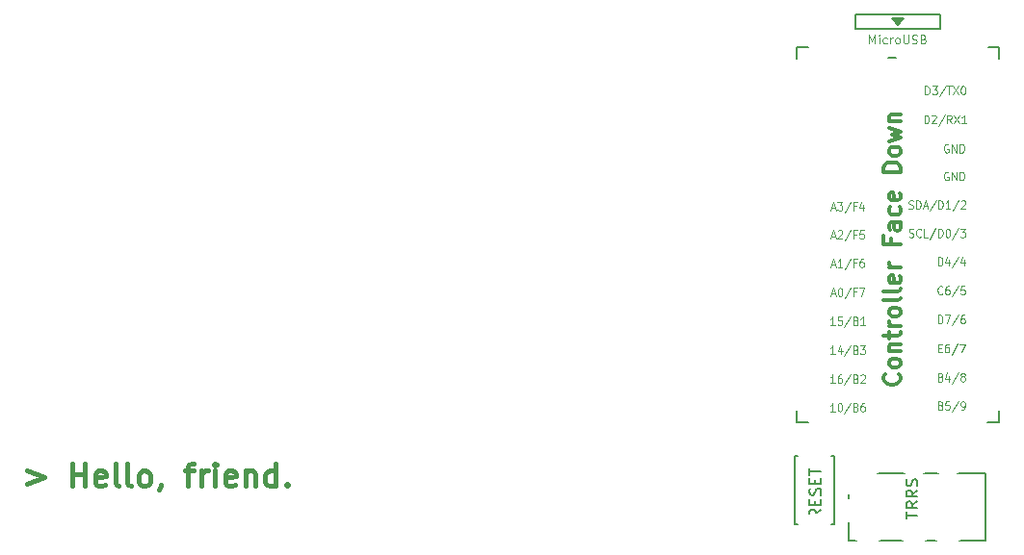
<source format=gto>
G04 #@! TF.GenerationSoftware,KiCad,Pcbnew,9.0.7*
G04 #@! TF.CreationDate,2026-02-15T11:49:42+01:00*
G04 #@! TF.ProjectId,ferris-sweep-compact,66657272-6973-42d7-9377-6565702d636f,0.1*
G04 #@! TF.SameCoordinates,Original*
G04 #@! TF.FileFunction,Legend,Top*
G04 #@! TF.FilePolarity,Positive*
%FSLAX46Y46*%
G04 Gerber Fmt 4.6, Leading zero omitted, Abs format (unit mm)*
G04 Created by KiCad (PCBNEW 9.0.7) date 2026-02-15 11:49:42*
%MOMM*%
%LPD*%
G01*
G04 APERTURE LIST*
%ADD10C,0.400000*%
%ADD11C,0.300000*%
%ADD12C,0.120000*%
%ADD13C,0.125000*%
%ADD14C,0.150000*%
%ADD15C,1.524000*%
%ADD16C,2.000000*%
%ADD17C,1.200000*%
%ADD18O,2.500000X1.700000*%
%ADD19C,1.390600*%
%ADD20C,2.432000*%
%ADD21C,3.829000*%
%ADD22C,2.101800*%
%ADD23C,1.924000*%
%ADD24C,2.400000*%
%ADD25C,1.600000*%
%ADD26O,2.900000X2.100000*%
G04 APERTURE END LIST*
D10*
X57739347Y-75901104D02*
X59263157Y-76472533D01*
X59263157Y-76472533D02*
X57739347Y-77043961D01*
X61739347Y-77234438D02*
X61739347Y-75234438D01*
X61739347Y-76186819D02*
X62882204Y-76186819D01*
X62882204Y-77234438D02*
X62882204Y-75234438D01*
X64596490Y-77139200D02*
X64406014Y-77234438D01*
X64406014Y-77234438D02*
X64025061Y-77234438D01*
X64025061Y-77234438D02*
X63834585Y-77139200D01*
X63834585Y-77139200D02*
X63739347Y-76948723D01*
X63739347Y-76948723D02*
X63739347Y-76186819D01*
X63739347Y-76186819D02*
X63834585Y-75996342D01*
X63834585Y-75996342D02*
X64025061Y-75901104D01*
X64025061Y-75901104D02*
X64406014Y-75901104D01*
X64406014Y-75901104D02*
X64596490Y-75996342D01*
X64596490Y-75996342D02*
X64691728Y-76186819D01*
X64691728Y-76186819D02*
X64691728Y-76377295D01*
X64691728Y-76377295D02*
X63739347Y-76567771D01*
X65834585Y-77234438D02*
X65644109Y-77139200D01*
X65644109Y-77139200D02*
X65548871Y-76948723D01*
X65548871Y-76948723D02*
X65548871Y-75234438D01*
X66882204Y-77234438D02*
X66691728Y-77139200D01*
X66691728Y-77139200D02*
X66596490Y-76948723D01*
X66596490Y-76948723D02*
X66596490Y-75234438D01*
X67929823Y-77234438D02*
X67739347Y-77139200D01*
X67739347Y-77139200D02*
X67644109Y-77043961D01*
X67644109Y-77043961D02*
X67548871Y-76853485D01*
X67548871Y-76853485D02*
X67548871Y-76282057D01*
X67548871Y-76282057D02*
X67644109Y-76091580D01*
X67644109Y-76091580D02*
X67739347Y-75996342D01*
X67739347Y-75996342D02*
X67929823Y-75901104D01*
X67929823Y-75901104D02*
X68215538Y-75901104D01*
X68215538Y-75901104D02*
X68406014Y-75996342D01*
X68406014Y-75996342D02*
X68501252Y-76091580D01*
X68501252Y-76091580D02*
X68596490Y-76282057D01*
X68596490Y-76282057D02*
X68596490Y-76853485D01*
X68596490Y-76853485D02*
X68501252Y-77043961D01*
X68501252Y-77043961D02*
X68406014Y-77139200D01*
X68406014Y-77139200D02*
X68215538Y-77234438D01*
X68215538Y-77234438D02*
X67929823Y-77234438D01*
X69548871Y-77139200D02*
X69548871Y-77234438D01*
X69548871Y-77234438D02*
X69453633Y-77424914D01*
X69453633Y-77424914D02*
X69358395Y-77520152D01*
X71644110Y-75901104D02*
X72406014Y-75901104D01*
X71929824Y-77234438D02*
X71929824Y-75520152D01*
X71929824Y-75520152D02*
X72025062Y-75329676D01*
X72025062Y-75329676D02*
X72215538Y-75234438D01*
X72215538Y-75234438D02*
X72406014Y-75234438D01*
X73072681Y-77234438D02*
X73072681Y-75901104D01*
X73072681Y-76282057D02*
X73167919Y-76091580D01*
X73167919Y-76091580D02*
X73263157Y-75996342D01*
X73263157Y-75996342D02*
X73453633Y-75901104D01*
X73453633Y-75901104D02*
X73644110Y-75901104D01*
X74310776Y-77234438D02*
X74310776Y-75901104D01*
X74310776Y-75234438D02*
X74215538Y-75329676D01*
X74215538Y-75329676D02*
X74310776Y-75424914D01*
X74310776Y-75424914D02*
X74406014Y-75329676D01*
X74406014Y-75329676D02*
X74310776Y-75234438D01*
X74310776Y-75234438D02*
X74310776Y-75424914D01*
X76025062Y-77139200D02*
X75834586Y-77234438D01*
X75834586Y-77234438D02*
X75453633Y-77234438D01*
X75453633Y-77234438D02*
X75263157Y-77139200D01*
X75263157Y-77139200D02*
X75167919Y-76948723D01*
X75167919Y-76948723D02*
X75167919Y-76186819D01*
X75167919Y-76186819D02*
X75263157Y-75996342D01*
X75263157Y-75996342D02*
X75453633Y-75901104D01*
X75453633Y-75901104D02*
X75834586Y-75901104D01*
X75834586Y-75901104D02*
X76025062Y-75996342D01*
X76025062Y-75996342D02*
X76120300Y-76186819D01*
X76120300Y-76186819D02*
X76120300Y-76377295D01*
X76120300Y-76377295D02*
X75167919Y-76567771D01*
X76977443Y-75901104D02*
X76977443Y-77234438D01*
X76977443Y-76091580D02*
X77072681Y-75996342D01*
X77072681Y-75996342D02*
X77263157Y-75901104D01*
X77263157Y-75901104D02*
X77548872Y-75901104D01*
X77548872Y-75901104D02*
X77739348Y-75996342D01*
X77739348Y-75996342D02*
X77834586Y-76186819D01*
X77834586Y-76186819D02*
X77834586Y-77234438D01*
X79644110Y-77234438D02*
X79644110Y-75234438D01*
X79644110Y-77139200D02*
X79453634Y-77234438D01*
X79453634Y-77234438D02*
X79072681Y-77234438D01*
X79072681Y-77234438D02*
X78882205Y-77139200D01*
X78882205Y-77139200D02*
X78786967Y-77043961D01*
X78786967Y-77043961D02*
X78691729Y-76853485D01*
X78691729Y-76853485D02*
X78691729Y-76282057D01*
X78691729Y-76282057D02*
X78786967Y-76091580D01*
X78786967Y-76091580D02*
X78882205Y-75996342D01*
X78882205Y-75996342D02*
X79072681Y-75901104D01*
X79072681Y-75901104D02*
X79453634Y-75901104D01*
X79453634Y-75901104D02*
X79644110Y-75996342D01*
X80596491Y-77043961D02*
X80691729Y-77139200D01*
X80691729Y-77139200D02*
X80596491Y-77234438D01*
X80596491Y-77234438D02*
X80501253Y-77139200D01*
X80501253Y-77139200D02*
X80596491Y-77043961D01*
X80596491Y-77043961D02*
X80596491Y-77234438D01*
D11*
X134393471Y-67387999D02*
X134464900Y-67459427D01*
X134464900Y-67459427D02*
X134536328Y-67673713D01*
X134536328Y-67673713D02*
X134536328Y-67816570D01*
X134536328Y-67816570D02*
X134464900Y-68030856D01*
X134464900Y-68030856D02*
X134322042Y-68173713D01*
X134322042Y-68173713D02*
X134179185Y-68245142D01*
X134179185Y-68245142D02*
X133893471Y-68316570D01*
X133893471Y-68316570D02*
X133679185Y-68316570D01*
X133679185Y-68316570D02*
X133393471Y-68245142D01*
X133393471Y-68245142D02*
X133250614Y-68173713D01*
X133250614Y-68173713D02*
X133107757Y-68030856D01*
X133107757Y-68030856D02*
X133036328Y-67816570D01*
X133036328Y-67816570D02*
X133036328Y-67673713D01*
X133036328Y-67673713D02*
X133107757Y-67459427D01*
X133107757Y-67459427D02*
X133179185Y-67387999D01*
X134536328Y-66530856D02*
X134464900Y-66673713D01*
X134464900Y-66673713D02*
X134393471Y-66745142D01*
X134393471Y-66745142D02*
X134250614Y-66816570D01*
X134250614Y-66816570D02*
X133822042Y-66816570D01*
X133822042Y-66816570D02*
X133679185Y-66745142D01*
X133679185Y-66745142D02*
X133607757Y-66673713D01*
X133607757Y-66673713D02*
X133536328Y-66530856D01*
X133536328Y-66530856D02*
X133536328Y-66316570D01*
X133536328Y-66316570D02*
X133607757Y-66173713D01*
X133607757Y-66173713D02*
X133679185Y-66102285D01*
X133679185Y-66102285D02*
X133822042Y-66030856D01*
X133822042Y-66030856D02*
X134250614Y-66030856D01*
X134250614Y-66030856D02*
X134393471Y-66102285D01*
X134393471Y-66102285D02*
X134464900Y-66173713D01*
X134464900Y-66173713D02*
X134536328Y-66316570D01*
X134536328Y-66316570D02*
X134536328Y-66530856D01*
X133536328Y-65387999D02*
X134536328Y-65387999D01*
X133679185Y-65387999D02*
X133607757Y-65316570D01*
X133607757Y-65316570D02*
X133536328Y-65173713D01*
X133536328Y-65173713D02*
X133536328Y-64959427D01*
X133536328Y-64959427D02*
X133607757Y-64816570D01*
X133607757Y-64816570D02*
X133750614Y-64745142D01*
X133750614Y-64745142D02*
X134536328Y-64745142D01*
X133536328Y-64245141D02*
X133536328Y-63673713D01*
X133036328Y-64030856D02*
X134322042Y-64030856D01*
X134322042Y-64030856D02*
X134464900Y-63959427D01*
X134464900Y-63959427D02*
X134536328Y-63816570D01*
X134536328Y-63816570D02*
X134536328Y-63673713D01*
X134536328Y-63173713D02*
X133536328Y-63173713D01*
X133822042Y-63173713D02*
X133679185Y-63102284D01*
X133679185Y-63102284D02*
X133607757Y-63030856D01*
X133607757Y-63030856D02*
X133536328Y-62887998D01*
X133536328Y-62887998D02*
X133536328Y-62745141D01*
X134536328Y-62030856D02*
X134464900Y-62173713D01*
X134464900Y-62173713D02*
X134393471Y-62245142D01*
X134393471Y-62245142D02*
X134250614Y-62316570D01*
X134250614Y-62316570D02*
X133822042Y-62316570D01*
X133822042Y-62316570D02*
X133679185Y-62245142D01*
X133679185Y-62245142D02*
X133607757Y-62173713D01*
X133607757Y-62173713D02*
X133536328Y-62030856D01*
X133536328Y-62030856D02*
X133536328Y-61816570D01*
X133536328Y-61816570D02*
X133607757Y-61673713D01*
X133607757Y-61673713D02*
X133679185Y-61602285D01*
X133679185Y-61602285D02*
X133822042Y-61530856D01*
X133822042Y-61530856D02*
X134250614Y-61530856D01*
X134250614Y-61530856D02*
X134393471Y-61602285D01*
X134393471Y-61602285D02*
X134464900Y-61673713D01*
X134464900Y-61673713D02*
X134536328Y-61816570D01*
X134536328Y-61816570D02*
X134536328Y-62030856D01*
X134536328Y-60673713D02*
X134464900Y-60816570D01*
X134464900Y-60816570D02*
X134322042Y-60887999D01*
X134322042Y-60887999D02*
X133036328Y-60887999D01*
X134536328Y-59887999D02*
X134464900Y-60030856D01*
X134464900Y-60030856D02*
X134322042Y-60102285D01*
X134322042Y-60102285D02*
X133036328Y-60102285D01*
X134464900Y-58745142D02*
X134536328Y-58887999D01*
X134536328Y-58887999D02*
X134536328Y-59173714D01*
X134536328Y-59173714D02*
X134464900Y-59316571D01*
X134464900Y-59316571D02*
X134322042Y-59387999D01*
X134322042Y-59387999D02*
X133750614Y-59387999D01*
X133750614Y-59387999D02*
X133607757Y-59316571D01*
X133607757Y-59316571D02*
X133536328Y-59173714D01*
X133536328Y-59173714D02*
X133536328Y-58887999D01*
X133536328Y-58887999D02*
X133607757Y-58745142D01*
X133607757Y-58745142D02*
X133750614Y-58673714D01*
X133750614Y-58673714D02*
X133893471Y-58673714D01*
X133893471Y-58673714D02*
X134036328Y-59387999D01*
X134536328Y-58030857D02*
X133536328Y-58030857D01*
X133822042Y-58030857D02*
X133679185Y-57959428D01*
X133679185Y-57959428D02*
X133607757Y-57888000D01*
X133607757Y-57888000D02*
X133536328Y-57745142D01*
X133536328Y-57745142D02*
X133536328Y-57602285D01*
X133750614Y-55459429D02*
X133750614Y-55959429D01*
X134536328Y-55959429D02*
X133036328Y-55959429D01*
X133036328Y-55959429D02*
X133036328Y-55245143D01*
X134536328Y-54030858D02*
X133750614Y-54030858D01*
X133750614Y-54030858D02*
X133607757Y-54102286D01*
X133607757Y-54102286D02*
X133536328Y-54245143D01*
X133536328Y-54245143D02*
X133536328Y-54530858D01*
X133536328Y-54530858D02*
X133607757Y-54673715D01*
X134464900Y-54030858D02*
X134536328Y-54173715D01*
X134536328Y-54173715D02*
X134536328Y-54530858D01*
X134536328Y-54530858D02*
X134464900Y-54673715D01*
X134464900Y-54673715D02*
X134322042Y-54745143D01*
X134322042Y-54745143D02*
X134179185Y-54745143D01*
X134179185Y-54745143D02*
X134036328Y-54673715D01*
X134036328Y-54673715D02*
X133964900Y-54530858D01*
X133964900Y-54530858D02*
X133964900Y-54173715D01*
X133964900Y-54173715D02*
X133893471Y-54030858D01*
X134464900Y-52673715D02*
X134536328Y-52816572D01*
X134536328Y-52816572D02*
X134536328Y-53102286D01*
X134536328Y-53102286D02*
X134464900Y-53245143D01*
X134464900Y-53245143D02*
X134393471Y-53316572D01*
X134393471Y-53316572D02*
X134250614Y-53388000D01*
X134250614Y-53388000D02*
X133822042Y-53388000D01*
X133822042Y-53388000D02*
X133679185Y-53316572D01*
X133679185Y-53316572D02*
X133607757Y-53245143D01*
X133607757Y-53245143D02*
X133536328Y-53102286D01*
X133536328Y-53102286D02*
X133536328Y-52816572D01*
X133536328Y-52816572D02*
X133607757Y-52673715D01*
X134464900Y-51459429D02*
X134536328Y-51602286D01*
X134536328Y-51602286D02*
X134536328Y-51888001D01*
X134536328Y-51888001D02*
X134464900Y-52030858D01*
X134464900Y-52030858D02*
X134322042Y-52102286D01*
X134322042Y-52102286D02*
X133750614Y-52102286D01*
X133750614Y-52102286D02*
X133607757Y-52030858D01*
X133607757Y-52030858D02*
X133536328Y-51888001D01*
X133536328Y-51888001D02*
X133536328Y-51602286D01*
X133536328Y-51602286D02*
X133607757Y-51459429D01*
X133607757Y-51459429D02*
X133750614Y-51388001D01*
X133750614Y-51388001D02*
X133893471Y-51388001D01*
X133893471Y-51388001D02*
X134036328Y-52102286D01*
X134536328Y-49602287D02*
X133036328Y-49602287D01*
X133036328Y-49602287D02*
X133036328Y-49245144D01*
X133036328Y-49245144D02*
X133107757Y-49030858D01*
X133107757Y-49030858D02*
X133250614Y-48888001D01*
X133250614Y-48888001D02*
X133393471Y-48816572D01*
X133393471Y-48816572D02*
X133679185Y-48745144D01*
X133679185Y-48745144D02*
X133893471Y-48745144D01*
X133893471Y-48745144D02*
X134179185Y-48816572D01*
X134179185Y-48816572D02*
X134322042Y-48888001D01*
X134322042Y-48888001D02*
X134464900Y-49030858D01*
X134464900Y-49030858D02*
X134536328Y-49245144D01*
X134536328Y-49245144D02*
X134536328Y-49602287D01*
X134536328Y-47888001D02*
X134464900Y-48030858D01*
X134464900Y-48030858D02*
X134393471Y-48102287D01*
X134393471Y-48102287D02*
X134250614Y-48173715D01*
X134250614Y-48173715D02*
X133822042Y-48173715D01*
X133822042Y-48173715D02*
X133679185Y-48102287D01*
X133679185Y-48102287D02*
X133607757Y-48030858D01*
X133607757Y-48030858D02*
X133536328Y-47888001D01*
X133536328Y-47888001D02*
X133536328Y-47673715D01*
X133536328Y-47673715D02*
X133607757Y-47530858D01*
X133607757Y-47530858D02*
X133679185Y-47459430D01*
X133679185Y-47459430D02*
X133822042Y-47388001D01*
X133822042Y-47388001D02*
X134250614Y-47388001D01*
X134250614Y-47388001D02*
X134393471Y-47459430D01*
X134393471Y-47459430D02*
X134464900Y-47530858D01*
X134464900Y-47530858D02*
X134536328Y-47673715D01*
X134536328Y-47673715D02*
X134536328Y-47888001D01*
X133536328Y-46888001D02*
X134536328Y-46602287D01*
X134536328Y-46602287D02*
X133822042Y-46316572D01*
X133822042Y-46316572D02*
X134536328Y-46030858D01*
X134536328Y-46030858D02*
X133536328Y-45745144D01*
X133536328Y-45173715D02*
X134536328Y-45173715D01*
X133679185Y-45173715D02*
X133607757Y-45102286D01*
X133607757Y-45102286D02*
X133536328Y-44959429D01*
X133536328Y-44959429D02*
X133536328Y-44745143D01*
X133536328Y-44745143D02*
X133607757Y-44602286D01*
X133607757Y-44602286D02*
X133750614Y-44530858D01*
X133750614Y-44530858D02*
X134536328Y-44530858D01*
D12*
X131803571Y-38290724D02*
X131803571Y-37540724D01*
X131803571Y-37540724D02*
X132053571Y-38076438D01*
X132053571Y-38076438D02*
X132303571Y-37540724D01*
X132303571Y-37540724D02*
X132303571Y-38290724D01*
X132660714Y-38290724D02*
X132660714Y-37790724D01*
X132660714Y-37540724D02*
X132625000Y-37576438D01*
X132625000Y-37576438D02*
X132660714Y-37612152D01*
X132660714Y-37612152D02*
X132696428Y-37576438D01*
X132696428Y-37576438D02*
X132660714Y-37540724D01*
X132660714Y-37540724D02*
X132660714Y-37612152D01*
X133339286Y-38255010D02*
X133267857Y-38290724D01*
X133267857Y-38290724D02*
X133125000Y-38290724D01*
X133125000Y-38290724D02*
X133053571Y-38255010D01*
X133053571Y-38255010D02*
X133017857Y-38219295D01*
X133017857Y-38219295D02*
X132982143Y-38147867D01*
X132982143Y-38147867D02*
X132982143Y-37933581D01*
X132982143Y-37933581D02*
X133017857Y-37862152D01*
X133017857Y-37862152D02*
X133053571Y-37826438D01*
X133053571Y-37826438D02*
X133125000Y-37790724D01*
X133125000Y-37790724D02*
X133267857Y-37790724D01*
X133267857Y-37790724D02*
X133339286Y-37826438D01*
X133660714Y-38290724D02*
X133660714Y-37790724D01*
X133660714Y-37933581D02*
X133696428Y-37862152D01*
X133696428Y-37862152D02*
X133732143Y-37826438D01*
X133732143Y-37826438D02*
X133803571Y-37790724D01*
X133803571Y-37790724D02*
X133875000Y-37790724D01*
X134232143Y-38290724D02*
X134160714Y-38255010D01*
X134160714Y-38255010D02*
X134125000Y-38219295D01*
X134125000Y-38219295D02*
X134089286Y-38147867D01*
X134089286Y-38147867D02*
X134089286Y-37933581D01*
X134089286Y-37933581D02*
X134125000Y-37862152D01*
X134125000Y-37862152D02*
X134160714Y-37826438D01*
X134160714Y-37826438D02*
X134232143Y-37790724D01*
X134232143Y-37790724D02*
X134339286Y-37790724D01*
X134339286Y-37790724D02*
X134410714Y-37826438D01*
X134410714Y-37826438D02*
X134446429Y-37862152D01*
X134446429Y-37862152D02*
X134482143Y-37933581D01*
X134482143Y-37933581D02*
X134482143Y-38147867D01*
X134482143Y-38147867D02*
X134446429Y-38219295D01*
X134446429Y-38219295D02*
X134410714Y-38255010D01*
X134410714Y-38255010D02*
X134339286Y-38290724D01*
X134339286Y-38290724D02*
X134232143Y-38290724D01*
X134803571Y-37540724D02*
X134803571Y-38147867D01*
X134803571Y-38147867D02*
X134839285Y-38219295D01*
X134839285Y-38219295D02*
X134875000Y-38255010D01*
X134875000Y-38255010D02*
X134946428Y-38290724D01*
X134946428Y-38290724D02*
X135089285Y-38290724D01*
X135089285Y-38290724D02*
X135160714Y-38255010D01*
X135160714Y-38255010D02*
X135196428Y-38219295D01*
X135196428Y-38219295D02*
X135232142Y-38147867D01*
X135232142Y-38147867D02*
X135232142Y-37540724D01*
X135553571Y-38255010D02*
X135660714Y-38290724D01*
X135660714Y-38290724D02*
X135839285Y-38290724D01*
X135839285Y-38290724D02*
X135910714Y-38255010D01*
X135910714Y-38255010D02*
X135946428Y-38219295D01*
X135946428Y-38219295D02*
X135982142Y-38147867D01*
X135982142Y-38147867D02*
X135982142Y-38076438D01*
X135982142Y-38076438D02*
X135946428Y-38005010D01*
X135946428Y-38005010D02*
X135910714Y-37969295D01*
X135910714Y-37969295D02*
X135839285Y-37933581D01*
X135839285Y-37933581D02*
X135696428Y-37897867D01*
X135696428Y-37897867D02*
X135624999Y-37862152D01*
X135624999Y-37862152D02*
X135589285Y-37826438D01*
X135589285Y-37826438D02*
X135553571Y-37755010D01*
X135553571Y-37755010D02*
X135553571Y-37683581D01*
X135553571Y-37683581D02*
X135589285Y-37612152D01*
X135589285Y-37612152D02*
X135624999Y-37576438D01*
X135624999Y-37576438D02*
X135696428Y-37540724D01*
X135696428Y-37540724D02*
X135874999Y-37540724D01*
X135874999Y-37540724D02*
X135982142Y-37576438D01*
X136553571Y-37897867D02*
X136660714Y-37933581D01*
X136660714Y-37933581D02*
X136696428Y-37969295D01*
X136696428Y-37969295D02*
X136732142Y-38040724D01*
X136732142Y-38040724D02*
X136732142Y-38147867D01*
X136732142Y-38147867D02*
X136696428Y-38219295D01*
X136696428Y-38219295D02*
X136660714Y-38255010D01*
X136660714Y-38255010D02*
X136589285Y-38290724D01*
X136589285Y-38290724D02*
X136303571Y-38290724D01*
X136303571Y-38290724D02*
X136303571Y-37540724D01*
X136303571Y-37540724D02*
X136553571Y-37540724D01*
X136553571Y-37540724D02*
X136625000Y-37576438D01*
X136625000Y-37576438D02*
X136660714Y-37612152D01*
X136660714Y-37612152D02*
X136696428Y-37683581D01*
X136696428Y-37683581D02*
X136696428Y-37755010D01*
X136696428Y-37755010D02*
X136660714Y-37826438D01*
X136660714Y-37826438D02*
X136625000Y-37862152D01*
X136625000Y-37862152D02*
X136553571Y-37897867D01*
X136553571Y-37897867D02*
X136303571Y-37897867D01*
D13*
X138063810Y-67647607D02*
X138159524Y-67683321D01*
X138159524Y-67683321D02*
X138191429Y-67719035D01*
X138191429Y-67719035D02*
X138223333Y-67790464D01*
X138223333Y-67790464D02*
X138223333Y-67897607D01*
X138223333Y-67897607D02*
X138191429Y-67969035D01*
X138191429Y-67969035D02*
X138159524Y-68004750D01*
X138159524Y-68004750D02*
X138095714Y-68040464D01*
X138095714Y-68040464D02*
X137840476Y-68040464D01*
X137840476Y-68040464D02*
X137840476Y-67290464D01*
X137840476Y-67290464D02*
X138063810Y-67290464D01*
X138063810Y-67290464D02*
X138127619Y-67326178D01*
X138127619Y-67326178D02*
X138159524Y-67361892D01*
X138159524Y-67361892D02*
X138191429Y-67433321D01*
X138191429Y-67433321D02*
X138191429Y-67504750D01*
X138191429Y-67504750D02*
X138159524Y-67576178D01*
X138159524Y-67576178D02*
X138127619Y-67611892D01*
X138127619Y-67611892D02*
X138063810Y-67647607D01*
X138063810Y-67647607D02*
X137840476Y-67647607D01*
X138797619Y-67540464D02*
X138797619Y-68040464D01*
X138638095Y-67254750D02*
X138478572Y-67790464D01*
X138478572Y-67790464D02*
X138893333Y-67790464D01*
X139627143Y-67254750D02*
X139052857Y-68219035D01*
X139946191Y-67611892D02*
X139882381Y-67576178D01*
X139882381Y-67576178D02*
X139850476Y-67540464D01*
X139850476Y-67540464D02*
X139818572Y-67469035D01*
X139818572Y-67469035D02*
X139818572Y-67433321D01*
X139818572Y-67433321D02*
X139850476Y-67361892D01*
X139850476Y-67361892D02*
X139882381Y-67326178D01*
X139882381Y-67326178D02*
X139946191Y-67290464D01*
X139946191Y-67290464D02*
X140073810Y-67290464D01*
X140073810Y-67290464D02*
X140137619Y-67326178D01*
X140137619Y-67326178D02*
X140169524Y-67361892D01*
X140169524Y-67361892D02*
X140201429Y-67433321D01*
X140201429Y-67433321D02*
X140201429Y-67469035D01*
X140201429Y-67469035D02*
X140169524Y-67540464D01*
X140169524Y-67540464D02*
X140137619Y-67576178D01*
X140137619Y-67576178D02*
X140073810Y-67611892D01*
X140073810Y-67611892D02*
X139946191Y-67611892D01*
X139946191Y-67611892D02*
X139882381Y-67647607D01*
X139882381Y-67647607D02*
X139850476Y-67683321D01*
X139850476Y-67683321D02*
X139818572Y-67754750D01*
X139818572Y-67754750D02*
X139818572Y-67897607D01*
X139818572Y-67897607D02*
X139850476Y-67969035D01*
X139850476Y-67969035D02*
X139882381Y-68004750D01*
X139882381Y-68004750D02*
X139946191Y-68040464D01*
X139946191Y-68040464D02*
X140073810Y-68040464D01*
X140073810Y-68040464D02*
X140137619Y-68004750D01*
X140137619Y-68004750D02*
X140169524Y-67969035D01*
X140169524Y-67969035D02*
X140201429Y-67897607D01*
X140201429Y-67897607D02*
X140201429Y-67754750D01*
X140201429Y-67754750D02*
X140169524Y-67683321D01*
X140169524Y-67683321D02*
X140137619Y-67647607D01*
X140137619Y-67647607D02*
X140073810Y-67611892D01*
X136636428Y-45340464D02*
X136636428Y-44590464D01*
X136636428Y-44590464D02*
X136795952Y-44590464D01*
X136795952Y-44590464D02*
X136891666Y-44626178D01*
X136891666Y-44626178D02*
X136955476Y-44697607D01*
X136955476Y-44697607D02*
X136987381Y-44769035D01*
X136987381Y-44769035D02*
X137019285Y-44911892D01*
X137019285Y-44911892D02*
X137019285Y-45019035D01*
X137019285Y-45019035D02*
X136987381Y-45161892D01*
X136987381Y-45161892D02*
X136955476Y-45233321D01*
X136955476Y-45233321D02*
X136891666Y-45304750D01*
X136891666Y-45304750D02*
X136795952Y-45340464D01*
X136795952Y-45340464D02*
X136636428Y-45340464D01*
X137274524Y-44661892D02*
X137306428Y-44626178D01*
X137306428Y-44626178D02*
X137370238Y-44590464D01*
X137370238Y-44590464D02*
X137529762Y-44590464D01*
X137529762Y-44590464D02*
X137593571Y-44626178D01*
X137593571Y-44626178D02*
X137625476Y-44661892D01*
X137625476Y-44661892D02*
X137657381Y-44733321D01*
X137657381Y-44733321D02*
X137657381Y-44804750D01*
X137657381Y-44804750D02*
X137625476Y-44911892D01*
X137625476Y-44911892D02*
X137242619Y-45340464D01*
X137242619Y-45340464D02*
X137657381Y-45340464D01*
X138423095Y-44554750D02*
X137848809Y-45519035D01*
X139029285Y-45340464D02*
X138805952Y-44983321D01*
X138646428Y-45340464D02*
X138646428Y-44590464D01*
X138646428Y-44590464D02*
X138901666Y-44590464D01*
X138901666Y-44590464D02*
X138965476Y-44626178D01*
X138965476Y-44626178D02*
X138997381Y-44661892D01*
X138997381Y-44661892D02*
X139029285Y-44733321D01*
X139029285Y-44733321D02*
X139029285Y-44840464D01*
X139029285Y-44840464D02*
X138997381Y-44911892D01*
X138997381Y-44911892D02*
X138965476Y-44947607D01*
X138965476Y-44947607D02*
X138901666Y-44983321D01*
X138901666Y-44983321D02*
X138646428Y-44983321D01*
X139252619Y-44590464D02*
X139699285Y-45340464D01*
X139699285Y-44590464D02*
X139252619Y-45340464D01*
X140305476Y-45340464D02*
X139922619Y-45340464D01*
X140114047Y-45340464D02*
X140114047Y-44590464D01*
X140114047Y-44590464D02*
X140050238Y-44697607D01*
X140050238Y-44697607D02*
X139986428Y-44769035D01*
X139986428Y-44769035D02*
X139922619Y-44804750D01*
X138063810Y-70147607D02*
X138159524Y-70183321D01*
X138159524Y-70183321D02*
X138191429Y-70219035D01*
X138191429Y-70219035D02*
X138223333Y-70290464D01*
X138223333Y-70290464D02*
X138223333Y-70397607D01*
X138223333Y-70397607D02*
X138191429Y-70469035D01*
X138191429Y-70469035D02*
X138159524Y-70504750D01*
X138159524Y-70504750D02*
X138095714Y-70540464D01*
X138095714Y-70540464D02*
X137840476Y-70540464D01*
X137840476Y-70540464D02*
X137840476Y-69790464D01*
X137840476Y-69790464D02*
X138063810Y-69790464D01*
X138063810Y-69790464D02*
X138127619Y-69826178D01*
X138127619Y-69826178D02*
X138159524Y-69861892D01*
X138159524Y-69861892D02*
X138191429Y-69933321D01*
X138191429Y-69933321D02*
X138191429Y-70004750D01*
X138191429Y-70004750D02*
X138159524Y-70076178D01*
X138159524Y-70076178D02*
X138127619Y-70111892D01*
X138127619Y-70111892D02*
X138063810Y-70147607D01*
X138063810Y-70147607D02*
X137840476Y-70147607D01*
X138829524Y-69790464D02*
X138510476Y-69790464D01*
X138510476Y-69790464D02*
X138478572Y-70147607D01*
X138478572Y-70147607D02*
X138510476Y-70111892D01*
X138510476Y-70111892D02*
X138574286Y-70076178D01*
X138574286Y-70076178D02*
X138733810Y-70076178D01*
X138733810Y-70076178D02*
X138797619Y-70111892D01*
X138797619Y-70111892D02*
X138829524Y-70147607D01*
X138829524Y-70147607D02*
X138861429Y-70219035D01*
X138861429Y-70219035D02*
X138861429Y-70397607D01*
X138861429Y-70397607D02*
X138829524Y-70469035D01*
X138829524Y-70469035D02*
X138797619Y-70504750D01*
X138797619Y-70504750D02*
X138733810Y-70540464D01*
X138733810Y-70540464D02*
X138574286Y-70540464D01*
X138574286Y-70540464D02*
X138510476Y-70504750D01*
X138510476Y-70504750D02*
X138478572Y-70469035D01*
X139627143Y-69754750D02*
X139052857Y-70719035D01*
X139882381Y-70540464D02*
X140010000Y-70540464D01*
X140010000Y-70540464D02*
X140073810Y-70504750D01*
X140073810Y-70504750D02*
X140105714Y-70469035D01*
X140105714Y-70469035D02*
X140169524Y-70361892D01*
X140169524Y-70361892D02*
X140201429Y-70219035D01*
X140201429Y-70219035D02*
X140201429Y-69933321D01*
X140201429Y-69933321D02*
X140169524Y-69861892D01*
X140169524Y-69861892D02*
X140137619Y-69826178D01*
X140137619Y-69826178D02*
X140073810Y-69790464D01*
X140073810Y-69790464D02*
X139946191Y-69790464D01*
X139946191Y-69790464D02*
X139882381Y-69826178D01*
X139882381Y-69826178D02*
X139850476Y-69861892D01*
X139850476Y-69861892D02*
X139818572Y-69933321D01*
X139818572Y-69933321D02*
X139818572Y-70111892D01*
X139818572Y-70111892D02*
X139850476Y-70183321D01*
X139850476Y-70183321D02*
X139882381Y-70219035D01*
X139882381Y-70219035D02*
X139946191Y-70254750D01*
X139946191Y-70254750D02*
X140073810Y-70254750D01*
X140073810Y-70254750D02*
X140137619Y-70219035D01*
X140137619Y-70219035D02*
X140169524Y-70183321D01*
X140169524Y-70183321D02*
X140201429Y-70111892D01*
X138223333Y-60319035D02*
X138191429Y-60354750D01*
X138191429Y-60354750D02*
X138095714Y-60390464D01*
X138095714Y-60390464D02*
X138031905Y-60390464D01*
X138031905Y-60390464D02*
X137936191Y-60354750D01*
X137936191Y-60354750D02*
X137872381Y-60283321D01*
X137872381Y-60283321D02*
X137840476Y-60211892D01*
X137840476Y-60211892D02*
X137808572Y-60069035D01*
X137808572Y-60069035D02*
X137808572Y-59961892D01*
X137808572Y-59961892D02*
X137840476Y-59819035D01*
X137840476Y-59819035D02*
X137872381Y-59747607D01*
X137872381Y-59747607D02*
X137936191Y-59676178D01*
X137936191Y-59676178D02*
X138031905Y-59640464D01*
X138031905Y-59640464D02*
X138095714Y-59640464D01*
X138095714Y-59640464D02*
X138191429Y-59676178D01*
X138191429Y-59676178D02*
X138223333Y-59711892D01*
X138797619Y-59640464D02*
X138670000Y-59640464D01*
X138670000Y-59640464D02*
X138606191Y-59676178D01*
X138606191Y-59676178D02*
X138574286Y-59711892D01*
X138574286Y-59711892D02*
X138510476Y-59819035D01*
X138510476Y-59819035D02*
X138478572Y-59961892D01*
X138478572Y-59961892D02*
X138478572Y-60247607D01*
X138478572Y-60247607D02*
X138510476Y-60319035D01*
X138510476Y-60319035D02*
X138542381Y-60354750D01*
X138542381Y-60354750D02*
X138606191Y-60390464D01*
X138606191Y-60390464D02*
X138733810Y-60390464D01*
X138733810Y-60390464D02*
X138797619Y-60354750D01*
X138797619Y-60354750D02*
X138829524Y-60319035D01*
X138829524Y-60319035D02*
X138861429Y-60247607D01*
X138861429Y-60247607D02*
X138861429Y-60069035D01*
X138861429Y-60069035D02*
X138829524Y-59997607D01*
X138829524Y-59997607D02*
X138797619Y-59961892D01*
X138797619Y-59961892D02*
X138733810Y-59926178D01*
X138733810Y-59926178D02*
X138606191Y-59926178D01*
X138606191Y-59926178D02*
X138542381Y-59961892D01*
X138542381Y-59961892D02*
X138510476Y-59997607D01*
X138510476Y-59997607D02*
X138478572Y-60069035D01*
X139627143Y-59604750D02*
X139052857Y-60569035D01*
X140169524Y-59640464D02*
X139850476Y-59640464D01*
X139850476Y-59640464D02*
X139818572Y-59997607D01*
X139818572Y-59997607D02*
X139850476Y-59961892D01*
X139850476Y-59961892D02*
X139914286Y-59926178D01*
X139914286Y-59926178D02*
X140073810Y-59926178D01*
X140073810Y-59926178D02*
X140137619Y-59961892D01*
X140137619Y-59961892D02*
X140169524Y-59997607D01*
X140169524Y-59997607D02*
X140201429Y-60069035D01*
X140201429Y-60069035D02*
X140201429Y-60247607D01*
X140201429Y-60247607D02*
X140169524Y-60319035D01*
X140169524Y-60319035D02*
X140137619Y-60354750D01*
X140137619Y-60354750D02*
X140073810Y-60390464D01*
X140073810Y-60390464D02*
X139914286Y-60390464D01*
X139914286Y-60390464D02*
X139850476Y-60354750D01*
X139850476Y-60354750D02*
X139818572Y-60319035D01*
X135282381Y-55304750D02*
X135378095Y-55340464D01*
X135378095Y-55340464D02*
X135537619Y-55340464D01*
X135537619Y-55340464D02*
X135601428Y-55304750D01*
X135601428Y-55304750D02*
X135633333Y-55269035D01*
X135633333Y-55269035D02*
X135665238Y-55197607D01*
X135665238Y-55197607D02*
X135665238Y-55126178D01*
X135665238Y-55126178D02*
X135633333Y-55054750D01*
X135633333Y-55054750D02*
X135601428Y-55019035D01*
X135601428Y-55019035D02*
X135537619Y-54983321D01*
X135537619Y-54983321D02*
X135410000Y-54947607D01*
X135410000Y-54947607D02*
X135346190Y-54911892D01*
X135346190Y-54911892D02*
X135314285Y-54876178D01*
X135314285Y-54876178D02*
X135282381Y-54804750D01*
X135282381Y-54804750D02*
X135282381Y-54733321D01*
X135282381Y-54733321D02*
X135314285Y-54661892D01*
X135314285Y-54661892D02*
X135346190Y-54626178D01*
X135346190Y-54626178D02*
X135410000Y-54590464D01*
X135410000Y-54590464D02*
X135569523Y-54590464D01*
X135569523Y-54590464D02*
X135665238Y-54626178D01*
X136335237Y-55269035D02*
X136303333Y-55304750D01*
X136303333Y-55304750D02*
X136207618Y-55340464D01*
X136207618Y-55340464D02*
X136143809Y-55340464D01*
X136143809Y-55340464D02*
X136048095Y-55304750D01*
X136048095Y-55304750D02*
X135984285Y-55233321D01*
X135984285Y-55233321D02*
X135952380Y-55161892D01*
X135952380Y-55161892D02*
X135920476Y-55019035D01*
X135920476Y-55019035D02*
X135920476Y-54911892D01*
X135920476Y-54911892D02*
X135952380Y-54769035D01*
X135952380Y-54769035D02*
X135984285Y-54697607D01*
X135984285Y-54697607D02*
X136048095Y-54626178D01*
X136048095Y-54626178D02*
X136143809Y-54590464D01*
X136143809Y-54590464D02*
X136207618Y-54590464D01*
X136207618Y-54590464D02*
X136303333Y-54626178D01*
X136303333Y-54626178D02*
X136335237Y-54661892D01*
X136941428Y-55340464D02*
X136622380Y-55340464D01*
X136622380Y-55340464D02*
X136622380Y-54590464D01*
X137643333Y-54554750D02*
X137069047Y-55519035D01*
X137866666Y-55340464D02*
X137866666Y-54590464D01*
X137866666Y-54590464D02*
X138026190Y-54590464D01*
X138026190Y-54590464D02*
X138121904Y-54626178D01*
X138121904Y-54626178D02*
X138185714Y-54697607D01*
X138185714Y-54697607D02*
X138217619Y-54769035D01*
X138217619Y-54769035D02*
X138249523Y-54911892D01*
X138249523Y-54911892D02*
X138249523Y-55019035D01*
X138249523Y-55019035D02*
X138217619Y-55161892D01*
X138217619Y-55161892D02*
X138185714Y-55233321D01*
X138185714Y-55233321D02*
X138121904Y-55304750D01*
X138121904Y-55304750D02*
X138026190Y-55340464D01*
X138026190Y-55340464D02*
X137866666Y-55340464D01*
X138664285Y-54590464D02*
X138728095Y-54590464D01*
X138728095Y-54590464D02*
X138791904Y-54626178D01*
X138791904Y-54626178D02*
X138823809Y-54661892D01*
X138823809Y-54661892D02*
X138855714Y-54733321D01*
X138855714Y-54733321D02*
X138887619Y-54876178D01*
X138887619Y-54876178D02*
X138887619Y-55054750D01*
X138887619Y-55054750D02*
X138855714Y-55197607D01*
X138855714Y-55197607D02*
X138823809Y-55269035D01*
X138823809Y-55269035D02*
X138791904Y-55304750D01*
X138791904Y-55304750D02*
X138728095Y-55340464D01*
X138728095Y-55340464D02*
X138664285Y-55340464D01*
X138664285Y-55340464D02*
X138600476Y-55304750D01*
X138600476Y-55304750D02*
X138568571Y-55269035D01*
X138568571Y-55269035D02*
X138536666Y-55197607D01*
X138536666Y-55197607D02*
X138504762Y-55054750D01*
X138504762Y-55054750D02*
X138504762Y-54876178D01*
X138504762Y-54876178D02*
X138536666Y-54733321D01*
X138536666Y-54733321D02*
X138568571Y-54661892D01*
X138568571Y-54661892D02*
X138600476Y-54626178D01*
X138600476Y-54626178D02*
X138664285Y-54590464D01*
X139653333Y-54554750D02*
X139079047Y-55519035D01*
X139812857Y-54590464D02*
X140227619Y-54590464D01*
X140227619Y-54590464D02*
X140004285Y-54876178D01*
X140004285Y-54876178D02*
X140100000Y-54876178D01*
X140100000Y-54876178D02*
X140163809Y-54911892D01*
X140163809Y-54911892D02*
X140195714Y-54947607D01*
X140195714Y-54947607D02*
X140227619Y-55019035D01*
X140227619Y-55019035D02*
X140227619Y-55197607D01*
X140227619Y-55197607D02*
X140195714Y-55269035D01*
X140195714Y-55269035D02*
X140163809Y-55304750D01*
X140163809Y-55304750D02*
X140100000Y-55340464D01*
X140100000Y-55340464D02*
X139908571Y-55340464D01*
X139908571Y-55340464D02*
X139844762Y-55304750D01*
X139844762Y-55304750D02*
X139812857Y-55269035D01*
X135266429Y-52804750D02*
X135362143Y-52840464D01*
X135362143Y-52840464D02*
X135521667Y-52840464D01*
X135521667Y-52840464D02*
X135585476Y-52804750D01*
X135585476Y-52804750D02*
X135617381Y-52769035D01*
X135617381Y-52769035D02*
X135649286Y-52697607D01*
X135649286Y-52697607D02*
X135649286Y-52626178D01*
X135649286Y-52626178D02*
X135617381Y-52554750D01*
X135617381Y-52554750D02*
X135585476Y-52519035D01*
X135585476Y-52519035D02*
X135521667Y-52483321D01*
X135521667Y-52483321D02*
X135394048Y-52447607D01*
X135394048Y-52447607D02*
X135330238Y-52411892D01*
X135330238Y-52411892D02*
X135298333Y-52376178D01*
X135298333Y-52376178D02*
X135266429Y-52304750D01*
X135266429Y-52304750D02*
X135266429Y-52233321D01*
X135266429Y-52233321D02*
X135298333Y-52161892D01*
X135298333Y-52161892D02*
X135330238Y-52126178D01*
X135330238Y-52126178D02*
X135394048Y-52090464D01*
X135394048Y-52090464D02*
X135553571Y-52090464D01*
X135553571Y-52090464D02*
X135649286Y-52126178D01*
X135936428Y-52840464D02*
X135936428Y-52090464D01*
X135936428Y-52090464D02*
X136095952Y-52090464D01*
X136095952Y-52090464D02*
X136191666Y-52126178D01*
X136191666Y-52126178D02*
X136255476Y-52197607D01*
X136255476Y-52197607D02*
X136287381Y-52269035D01*
X136287381Y-52269035D02*
X136319285Y-52411892D01*
X136319285Y-52411892D02*
X136319285Y-52519035D01*
X136319285Y-52519035D02*
X136287381Y-52661892D01*
X136287381Y-52661892D02*
X136255476Y-52733321D01*
X136255476Y-52733321D02*
X136191666Y-52804750D01*
X136191666Y-52804750D02*
X136095952Y-52840464D01*
X136095952Y-52840464D02*
X135936428Y-52840464D01*
X136574524Y-52626178D02*
X136893571Y-52626178D01*
X136510714Y-52840464D02*
X136734047Y-52090464D01*
X136734047Y-52090464D02*
X136957381Y-52840464D01*
X137659286Y-52054750D02*
X137085000Y-53019035D01*
X137882619Y-52840464D02*
X137882619Y-52090464D01*
X137882619Y-52090464D02*
X138042143Y-52090464D01*
X138042143Y-52090464D02*
X138137857Y-52126178D01*
X138137857Y-52126178D02*
X138201667Y-52197607D01*
X138201667Y-52197607D02*
X138233572Y-52269035D01*
X138233572Y-52269035D02*
X138265476Y-52411892D01*
X138265476Y-52411892D02*
X138265476Y-52519035D01*
X138265476Y-52519035D02*
X138233572Y-52661892D01*
X138233572Y-52661892D02*
X138201667Y-52733321D01*
X138201667Y-52733321D02*
X138137857Y-52804750D01*
X138137857Y-52804750D02*
X138042143Y-52840464D01*
X138042143Y-52840464D02*
X137882619Y-52840464D01*
X138903572Y-52840464D02*
X138520715Y-52840464D01*
X138712143Y-52840464D02*
X138712143Y-52090464D01*
X138712143Y-52090464D02*
X138648334Y-52197607D01*
X138648334Y-52197607D02*
X138584524Y-52269035D01*
X138584524Y-52269035D02*
X138520715Y-52304750D01*
X139669286Y-52054750D02*
X139095000Y-53019035D01*
X139860715Y-52161892D02*
X139892619Y-52126178D01*
X139892619Y-52126178D02*
X139956429Y-52090464D01*
X139956429Y-52090464D02*
X140115953Y-52090464D01*
X140115953Y-52090464D02*
X140179762Y-52126178D01*
X140179762Y-52126178D02*
X140211667Y-52161892D01*
X140211667Y-52161892D02*
X140243572Y-52233321D01*
X140243572Y-52233321D02*
X140243572Y-52304750D01*
X140243572Y-52304750D02*
X140211667Y-52411892D01*
X140211667Y-52411892D02*
X139828810Y-52840464D01*
X139828810Y-52840464D02*
X140243572Y-52840464D01*
X137840476Y-57840464D02*
X137840476Y-57090464D01*
X137840476Y-57090464D02*
X138000000Y-57090464D01*
X138000000Y-57090464D02*
X138095714Y-57126178D01*
X138095714Y-57126178D02*
X138159524Y-57197607D01*
X138159524Y-57197607D02*
X138191429Y-57269035D01*
X138191429Y-57269035D02*
X138223333Y-57411892D01*
X138223333Y-57411892D02*
X138223333Y-57519035D01*
X138223333Y-57519035D02*
X138191429Y-57661892D01*
X138191429Y-57661892D02*
X138159524Y-57733321D01*
X138159524Y-57733321D02*
X138095714Y-57804750D01*
X138095714Y-57804750D02*
X138000000Y-57840464D01*
X138000000Y-57840464D02*
X137840476Y-57840464D01*
X138797619Y-57340464D02*
X138797619Y-57840464D01*
X138638095Y-57054750D02*
X138478572Y-57590464D01*
X138478572Y-57590464D02*
X138893333Y-57590464D01*
X139627143Y-57054750D02*
X139052857Y-58019035D01*
X140137619Y-57340464D02*
X140137619Y-57840464D01*
X139978095Y-57054750D02*
X139818572Y-57590464D01*
X139818572Y-57590464D02*
X140233333Y-57590464D01*
X136716190Y-42790464D02*
X136716190Y-42040464D01*
X136716190Y-42040464D02*
X136875714Y-42040464D01*
X136875714Y-42040464D02*
X136971428Y-42076178D01*
X136971428Y-42076178D02*
X137035238Y-42147607D01*
X137035238Y-42147607D02*
X137067143Y-42219035D01*
X137067143Y-42219035D02*
X137099047Y-42361892D01*
X137099047Y-42361892D02*
X137099047Y-42469035D01*
X137099047Y-42469035D02*
X137067143Y-42611892D01*
X137067143Y-42611892D02*
X137035238Y-42683321D01*
X137035238Y-42683321D02*
X136971428Y-42754750D01*
X136971428Y-42754750D02*
X136875714Y-42790464D01*
X136875714Y-42790464D02*
X136716190Y-42790464D01*
X137322381Y-42040464D02*
X137737143Y-42040464D01*
X137737143Y-42040464D02*
X137513809Y-42326178D01*
X137513809Y-42326178D02*
X137609524Y-42326178D01*
X137609524Y-42326178D02*
X137673333Y-42361892D01*
X137673333Y-42361892D02*
X137705238Y-42397607D01*
X137705238Y-42397607D02*
X137737143Y-42469035D01*
X137737143Y-42469035D02*
X137737143Y-42647607D01*
X137737143Y-42647607D02*
X137705238Y-42719035D01*
X137705238Y-42719035D02*
X137673333Y-42754750D01*
X137673333Y-42754750D02*
X137609524Y-42790464D01*
X137609524Y-42790464D02*
X137418095Y-42790464D01*
X137418095Y-42790464D02*
X137354286Y-42754750D01*
X137354286Y-42754750D02*
X137322381Y-42719035D01*
X138502857Y-42004750D02*
X137928571Y-42969035D01*
X138630476Y-42040464D02*
X139013333Y-42040464D01*
X138821905Y-42790464D02*
X138821905Y-42040464D01*
X139172857Y-42040464D02*
X139619523Y-42790464D01*
X139619523Y-42040464D02*
X139172857Y-42790464D01*
X140002380Y-42040464D02*
X140066190Y-42040464D01*
X140066190Y-42040464D02*
X140129999Y-42076178D01*
X140129999Y-42076178D02*
X140161904Y-42111892D01*
X140161904Y-42111892D02*
X140193809Y-42183321D01*
X140193809Y-42183321D02*
X140225714Y-42326178D01*
X140225714Y-42326178D02*
X140225714Y-42504750D01*
X140225714Y-42504750D02*
X140193809Y-42647607D01*
X140193809Y-42647607D02*
X140161904Y-42719035D01*
X140161904Y-42719035D02*
X140129999Y-42754750D01*
X140129999Y-42754750D02*
X140066190Y-42790464D01*
X140066190Y-42790464D02*
X140002380Y-42790464D01*
X140002380Y-42790464D02*
X139938571Y-42754750D01*
X139938571Y-42754750D02*
X139906666Y-42719035D01*
X139906666Y-42719035D02*
X139874761Y-42647607D01*
X139874761Y-42647607D02*
X139842857Y-42504750D01*
X139842857Y-42504750D02*
X139842857Y-42326178D01*
X139842857Y-42326178D02*
X139874761Y-42183321D01*
X139874761Y-42183321D02*
X139906666Y-42111892D01*
X139906666Y-42111892D02*
X139938571Y-42076178D01*
X139938571Y-42076178D02*
X140002380Y-42040464D01*
X138744524Y-49626178D02*
X138680714Y-49590464D01*
X138680714Y-49590464D02*
X138585000Y-49590464D01*
X138585000Y-49590464D02*
X138489286Y-49626178D01*
X138489286Y-49626178D02*
X138425476Y-49697607D01*
X138425476Y-49697607D02*
X138393571Y-49769035D01*
X138393571Y-49769035D02*
X138361667Y-49911892D01*
X138361667Y-49911892D02*
X138361667Y-50019035D01*
X138361667Y-50019035D02*
X138393571Y-50161892D01*
X138393571Y-50161892D02*
X138425476Y-50233321D01*
X138425476Y-50233321D02*
X138489286Y-50304750D01*
X138489286Y-50304750D02*
X138585000Y-50340464D01*
X138585000Y-50340464D02*
X138648809Y-50340464D01*
X138648809Y-50340464D02*
X138744524Y-50304750D01*
X138744524Y-50304750D02*
X138776428Y-50269035D01*
X138776428Y-50269035D02*
X138776428Y-50019035D01*
X138776428Y-50019035D02*
X138648809Y-50019035D01*
X139063571Y-50340464D02*
X139063571Y-49590464D01*
X139063571Y-49590464D02*
X139446428Y-50340464D01*
X139446428Y-50340464D02*
X139446428Y-49590464D01*
X139765476Y-50340464D02*
X139765476Y-49590464D01*
X139765476Y-49590464D02*
X139925000Y-49590464D01*
X139925000Y-49590464D02*
X140020714Y-49626178D01*
X140020714Y-49626178D02*
X140084524Y-49697607D01*
X140084524Y-49697607D02*
X140116429Y-49769035D01*
X140116429Y-49769035D02*
X140148333Y-49911892D01*
X140148333Y-49911892D02*
X140148333Y-50019035D01*
X140148333Y-50019035D02*
X140116429Y-50161892D01*
X140116429Y-50161892D02*
X140084524Y-50233321D01*
X140084524Y-50233321D02*
X140020714Y-50304750D01*
X140020714Y-50304750D02*
X139925000Y-50340464D01*
X139925000Y-50340464D02*
X139765476Y-50340464D01*
X138744524Y-47176178D02*
X138680714Y-47140464D01*
X138680714Y-47140464D02*
X138585000Y-47140464D01*
X138585000Y-47140464D02*
X138489286Y-47176178D01*
X138489286Y-47176178D02*
X138425476Y-47247607D01*
X138425476Y-47247607D02*
X138393571Y-47319035D01*
X138393571Y-47319035D02*
X138361667Y-47461892D01*
X138361667Y-47461892D02*
X138361667Y-47569035D01*
X138361667Y-47569035D02*
X138393571Y-47711892D01*
X138393571Y-47711892D02*
X138425476Y-47783321D01*
X138425476Y-47783321D02*
X138489286Y-47854750D01*
X138489286Y-47854750D02*
X138585000Y-47890464D01*
X138585000Y-47890464D02*
X138648809Y-47890464D01*
X138648809Y-47890464D02*
X138744524Y-47854750D01*
X138744524Y-47854750D02*
X138776428Y-47819035D01*
X138776428Y-47819035D02*
X138776428Y-47569035D01*
X138776428Y-47569035D02*
X138648809Y-47569035D01*
X139063571Y-47890464D02*
X139063571Y-47140464D01*
X139063571Y-47140464D02*
X139446428Y-47890464D01*
X139446428Y-47890464D02*
X139446428Y-47140464D01*
X139765476Y-47890464D02*
X139765476Y-47140464D01*
X139765476Y-47140464D02*
X139925000Y-47140464D01*
X139925000Y-47140464D02*
X140020714Y-47176178D01*
X140020714Y-47176178D02*
X140084524Y-47247607D01*
X140084524Y-47247607D02*
X140116429Y-47319035D01*
X140116429Y-47319035D02*
X140148333Y-47461892D01*
X140148333Y-47461892D02*
X140148333Y-47569035D01*
X140148333Y-47569035D02*
X140116429Y-47711892D01*
X140116429Y-47711892D02*
X140084524Y-47783321D01*
X140084524Y-47783321D02*
X140020714Y-47854750D01*
X140020714Y-47854750D02*
X139925000Y-47890464D01*
X139925000Y-47890464D02*
X139765476Y-47890464D01*
X137840476Y-62940464D02*
X137840476Y-62190464D01*
X137840476Y-62190464D02*
X138000000Y-62190464D01*
X138000000Y-62190464D02*
X138095714Y-62226178D01*
X138095714Y-62226178D02*
X138159524Y-62297607D01*
X138159524Y-62297607D02*
X138191429Y-62369035D01*
X138191429Y-62369035D02*
X138223333Y-62511892D01*
X138223333Y-62511892D02*
X138223333Y-62619035D01*
X138223333Y-62619035D02*
X138191429Y-62761892D01*
X138191429Y-62761892D02*
X138159524Y-62833321D01*
X138159524Y-62833321D02*
X138095714Y-62904750D01*
X138095714Y-62904750D02*
X138000000Y-62940464D01*
X138000000Y-62940464D02*
X137840476Y-62940464D01*
X138446667Y-62190464D02*
X138893333Y-62190464D01*
X138893333Y-62190464D02*
X138606191Y-62940464D01*
X139627143Y-62154750D02*
X139052857Y-63119035D01*
X140137619Y-62190464D02*
X140010000Y-62190464D01*
X140010000Y-62190464D02*
X139946191Y-62226178D01*
X139946191Y-62226178D02*
X139914286Y-62261892D01*
X139914286Y-62261892D02*
X139850476Y-62369035D01*
X139850476Y-62369035D02*
X139818572Y-62511892D01*
X139818572Y-62511892D02*
X139818572Y-62797607D01*
X139818572Y-62797607D02*
X139850476Y-62869035D01*
X139850476Y-62869035D02*
X139882381Y-62904750D01*
X139882381Y-62904750D02*
X139946191Y-62940464D01*
X139946191Y-62940464D02*
X140073810Y-62940464D01*
X140073810Y-62940464D02*
X140137619Y-62904750D01*
X140137619Y-62904750D02*
X140169524Y-62869035D01*
X140169524Y-62869035D02*
X140201429Y-62797607D01*
X140201429Y-62797607D02*
X140201429Y-62619035D01*
X140201429Y-62619035D02*
X140169524Y-62547607D01*
X140169524Y-62547607D02*
X140137619Y-62511892D01*
X140137619Y-62511892D02*
X140073810Y-62476178D01*
X140073810Y-62476178D02*
X139946191Y-62476178D01*
X139946191Y-62476178D02*
X139882381Y-62511892D01*
X139882381Y-62511892D02*
X139850476Y-62547607D01*
X139850476Y-62547607D02*
X139818572Y-62619035D01*
X137872381Y-65097607D02*
X138095715Y-65097607D01*
X138191429Y-65490464D02*
X137872381Y-65490464D01*
X137872381Y-65490464D02*
X137872381Y-64740464D01*
X137872381Y-64740464D02*
X138191429Y-64740464D01*
X138765714Y-64740464D02*
X138638095Y-64740464D01*
X138638095Y-64740464D02*
X138574286Y-64776178D01*
X138574286Y-64776178D02*
X138542381Y-64811892D01*
X138542381Y-64811892D02*
X138478571Y-64919035D01*
X138478571Y-64919035D02*
X138446667Y-65061892D01*
X138446667Y-65061892D02*
X138446667Y-65347607D01*
X138446667Y-65347607D02*
X138478571Y-65419035D01*
X138478571Y-65419035D02*
X138510476Y-65454750D01*
X138510476Y-65454750D02*
X138574286Y-65490464D01*
X138574286Y-65490464D02*
X138701905Y-65490464D01*
X138701905Y-65490464D02*
X138765714Y-65454750D01*
X138765714Y-65454750D02*
X138797619Y-65419035D01*
X138797619Y-65419035D02*
X138829524Y-65347607D01*
X138829524Y-65347607D02*
X138829524Y-65169035D01*
X138829524Y-65169035D02*
X138797619Y-65097607D01*
X138797619Y-65097607D02*
X138765714Y-65061892D01*
X138765714Y-65061892D02*
X138701905Y-65026178D01*
X138701905Y-65026178D02*
X138574286Y-65026178D01*
X138574286Y-65026178D02*
X138510476Y-65061892D01*
X138510476Y-65061892D02*
X138478571Y-65097607D01*
X138478571Y-65097607D02*
X138446667Y-65169035D01*
X139595238Y-64704750D02*
X139020952Y-65669035D01*
X139754762Y-64740464D02*
X140201428Y-64740464D01*
X140201428Y-64740464D02*
X139914286Y-65490464D01*
X128772381Y-68190464D02*
X128389524Y-68190464D01*
X128580952Y-68190464D02*
X128580952Y-67440464D01*
X128580952Y-67440464D02*
X128517143Y-67547607D01*
X128517143Y-67547607D02*
X128453333Y-67619035D01*
X128453333Y-67619035D02*
X128389524Y-67654750D01*
X129346666Y-67440464D02*
X129219047Y-67440464D01*
X129219047Y-67440464D02*
X129155238Y-67476178D01*
X129155238Y-67476178D02*
X129123333Y-67511892D01*
X129123333Y-67511892D02*
X129059523Y-67619035D01*
X129059523Y-67619035D02*
X129027619Y-67761892D01*
X129027619Y-67761892D02*
X129027619Y-68047607D01*
X129027619Y-68047607D02*
X129059523Y-68119035D01*
X129059523Y-68119035D02*
X129091428Y-68154750D01*
X129091428Y-68154750D02*
X129155238Y-68190464D01*
X129155238Y-68190464D02*
X129282857Y-68190464D01*
X129282857Y-68190464D02*
X129346666Y-68154750D01*
X129346666Y-68154750D02*
X129378571Y-68119035D01*
X129378571Y-68119035D02*
X129410476Y-68047607D01*
X129410476Y-68047607D02*
X129410476Y-67869035D01*
X129410476Y-67869035D02*
X129378571Y-67797607D01*
X129378571Y-67797607D02*
X129346666Y-67761892D01*
X129346666Y-67761892D02*
X129282857Y-67726178D01*
X129282857Y-67726178D02*
X129155238Y-67726178D01*
X129155238Y-67726178D02*
X129091428Y-67761892D01*
X129091428Y-67761892D02*
X129059523Y-67797607D01*
X129059523Y-67797607D02*
X129027619Y-67869035D01*
X130176190Y-67404750D02*
X129601904Y-68369035D01*
X130622857Y-67797607D02*
X130718571Y-67833321D01*
X130718571Y-67833321D02*
X130750476Y-67869035D01*
X130750476Y-67869035D02*
X130782380Y-67940464D01*
X130782380Y-67940464D02*
X130782380Y-68047607D01*
X130782380Y-68047607D02*
X130750476Y-68119035D01*
X130750476Y-68119035D02*
X130718571Y-68154750D01*
X130718571Y-68154750D02*
X130654761Y-68190464D01*
X130654761Y-68190464D02*
X130399523Y-68190464D01*
X130399523Y-68190464D02*
X130399523Y-67440464D01*
X130399523Y-67440464D02*
X130622857Y-67440464D01*
X130622857Y-67440464D02*
X130686666Y-67476178D01*
X130686666Y-67476178D02*
X130718571Y-67511892D01*
X130718571Y-67511892D02*
X130750476Y-67583321D01*
X130750476Y-67583321D02*
X130750476Y-67654750D01*
X130750476Y-67654750D02*
X130718571Y-67726178D01*
X130718571Y-67726178D02*
X130686666Y-67761892D01*
X130686666Y-67761892D02*
X130622857Y-67797607D01*
X130622857Y-67797607D02*
X130399523Y-67797607D01*
X131037619Y-67511892D02*
X131069523Y-67476178D01*
X131069523Y-67476178D02*
X131133333Y-67440464D01*
X131133333Y-67440464D02*
X131292857Y-67440464D01*
X131292857Y-67440464D02*
X131356666Y-67476178D01*
X131356666Y-67476178D02*
X131388571Y-67511892D01*
X131388571Y-67511892D02*
X131420476Y-67583321D01*
X131420476Y-67583321D02*
X131420476Y-67654750D01*
X131420476Y-67654750D02*
X131388571Y-67761892D01*
X131388571Y-67761892D02*
X131005714Y-68190464D01*
X131005714Y-68190464D02*
X131420476Y-68190464D01*
X128772381Y-70690464D02*
X128389524Y-70690464D01*
X128580952Y-70690464D02*
X128580952Y-69940464D01*
X128580952Y-69940464D02*
X128517143Y-70047607D01*
X128517143Y-70047607D02*
X128453333Y-70119035D01*
X128453333Y-70119035D02*
X128389524Y-70154750D01*
X129187142Y-69940464D02*
X129250952Y-69940464D01*
X129250952Y-69940464D02*
X129314761Y-69976178D01*
X129314761Y-69976178D02*
X129346666Y-70011892D01*
X129346666Y-70011892D02*
X129378571Y-70083321D01*
X129378571Y-70083321D02*
X129410476Y-70226178D01*
X129410476Y-70226178D02*
X129410476Y-70404750D01*
X129410476Y-70404750D02*
X129378571Y-70547607D01*
X129378571Y-70547607D02*
X129346666Y-70619035D01*
X129346666Y-70619035D02*
X129314761Y-70654750D01*
X129314761Y-70654750D02*
X129250952Y-70690464D01*
X129250952Y-70690464D02*
X129187142Y-70690464D01*
X129187142Y-70690464D02*
X129123333Y-70654750D01*
X129123333Y-70654750D02*
X129091428Y-70619035D01*
X129091428Y-70619035D02*
X129059523Y-70547607D01*
X129059523Y-70547607D02*
X129027619Y-70404750D01*
X129027619Y-70404750D02*
X129027619Y-70226178D01*
X129027619Y-70226178D02*
X129059523Y-70083321D01*
X129059523Y-70083321D02*
X129091428Y-70011892D01*
X129091428Y-70011892D02*
X129123333Y-69976178D01*
X129123333Y-69976178D02*
X129187142Y-69940464D01*
X130176190Y-69904750D02*
X129601904Y-70869035D01*
X130622857Y-70297607D02*
X130718571Y-70333321D01*
X130718571Y-70333321D02*
X130750476Y-70369035D01*
X130750476Y-70369035D02*
X130782380Y-70440464D01*
X130782380Y-70440464D02*
X130782380Y-70547607D01*
X130782380Y-70547607D02*
X130750476Y-70619035D01*
X130750476Y-70619035D02*
X130718571Y-70654750D01*
X130718571Y-70654750D02*
X130654761Y-70690464D01*
X130654761Y-70690464D02*
X130399523Y-70690464D01*
X130399523Y-70690464D02*
X130399523Y-69940464D01*
X130399523Y-69940464D02*
X130622857Y-69940464D01*
X130622857Y-69940464D02*
X130686666Y-69976178D01*
X130686666Y-69976178D02*
X130718571Y-70011892D01*
X130718571Y-70011892D02*
X130750476Y-70083321D01*
X130750476Y-70083321D02*
X130750476Y-70154750D01*
X130750476Y-70154750D02*
X130718571Y-70226178D01*
X130718571Y-70226178D02*
X130686666Y-70261892D01*
X130686666Y-70261892D02*
X130622857Y-70297607D01*
X130622857Y-70297607D02*
X130399523Y-70297607D01*
X131356666Y-69940464D02*
X131229047Y-69940464D01*
X131229047Y-69940464D02*
X131165238Y-69976178D01*
X131165238Y-69976178D02*
X131133333Y-70011892D01*
X131133333Y-70011892D02*
X131069523Y-70119035D01*
X131069523Y-70119035D02*
X131037619Y-70261892D01*
X131037619Y-70261892D02*
X131037619Y-70547607D01*
X131037619Y-70547607D02*
X131069523Y-70619035D01*
X131069523Y-70619035D02*
X131101428Y-70654750D01*
X131101428Y-70654750D02*
X131165238Y-70690464D01*
X131165238Y-70690464D02*
X131292857Y-70690464D01*
X131292857Y-70690464D02*
X131356666Y-70654750D01*
X131356666Y-70654750D02*
X131388571Y-70619035D01*
X131388571Y-70619035D02*
X131420476Y-70547607D01*
X131420476Y-70547607D02*
X131420476Y-70369035D01*
X131420476Y-70369035D02*
X131388571Y-70297607D01*
X131388571Y-70297607D02*
X131356666Y-70261892D01*
X131356666Y-70261892D02*
X131292857Y-70226178D01*
X131292857Y-70226178D02*
X131165238Y-70226178D01*
X131165238Y-70226178D02*
X131101428Y-70261892D01*
X131101428Y-70261892D02*
X131069523Y-70297607D01*
X131069523Y-70297607D02*
X131037619Y-70369035D01*
X128772381Y-65640464D02*
X128389524Y-65640464D01*
X128580952Y-65640464D02*
X128580952Y-64890464D01*
X128580952Y-64890464D02*
X128517143Y-64997607D01*
X128517143Y-64997607D02*
X128453333Y-65069035D01*
X128453333Y-65069035D02*
X128389524Y-65104750D01*
X129346666Y-65140464D02*
X129346666Y-65640464D01*
X129187142Y-64854750D02*
X129027619Y-65390464D01*
X129027619Y-65390464D02*
X129442380Y-65390464D01*
X130176190Y-64854750D02*
X129601904Y-65819035D01*
X130622857Y-65247607D02*
X130718571Y-65283321D01*
X130718571Y-65283321D02*
X130750476Y-65319035D01*
X130750476Y-65319035D02*
X130782380Y-65390464D01*
X130782380Y-65390464D02*
X130782380Y-65497607D01*
X130782380Y-65497607D02*
X130750476Y-65569035D01*
X130750476Y-65569035D02*
X130718571Y-65604750D01*
X130718571Y-65604750D02*
X130654761Y-65640464D01*
X130654761Y-65640464D02*
X130399523Y-65640464D01*
X130399523Y-65640464D02*
X130399523Y-64890464D01*
X130399523Y-64890464D02*
X130622857Y-64890464D01*
X130622857Y-64890464D02*
X130686666Y-64926178D01*
X130686666Y-64926178D02*
X130718571Y-64961892D01*
X130718571Y-64961892D02*
X130750476Y-65033321D01*
X130750476Y-65033321D02*
X130750476Y-65104750D01*
X130750476Y-65104750D02*
X130718571Y-65176178D01*
X130718571Y-65176178D02*
X130686666Y-65211892D01*
X130686666Y-65211892D02*
X130622857Y-65247607D01*
X130622857Y-65247607D02*
X130399523Y-65247607D01*
X131005714Y-64890464D02*
X131420476Y-64890464D01*
X131420476Y-64890464D02*
X131197142Y-65176178D01*
X131197142Y-65176178D02*
X131292857Y-65176178D01*
X131292857Y-65176178D02*
X131356666Y-65211892D01*
X131356666Y-65211892D02*
X131388571Y-65247607D01*
X131388571Y-65247607D02*
X131420476Y-65319035D01*
X131420476Y-65319035D02*
X131420476Y-65497607D01*
X131420476Y-65497607D02*
X131388571Y-65569035D01*
X131388571Y-65569035D02*
X131356666Y-65604750D01*
X131356666Y-65604750D02*
X131292857Y-65640464D01*
X131292857Y-65640464D02*
X131101428Y-65640464D01*
X131101428Y-65640464D02*
X131037619Y-65604750D01*
X131037619Y-65604750D02*
X131005714Y-65569035D01*
X128772381Y-63090464D02*
X128389524Y-63090464D01*
X128580952Y-63090464D02*
X128580952Y-62340464D01*
X128580952Y-62340464D02*
X128517143Y-62447607D01*
X128517143Y-62447607D02*
X128453333Y-62519035D01*
X128453333Y-62519035D02*
X128389524Y-62554750D01*
X129378571Y-62340464D02*
X129059523Y-62340464D01*
X129059523Y-62340464D02*
X129027619Y-62697607D01*
X129027619Y-62697607D02*
X129059523Y-62661892D01*
X129059523Y-62661892D02*
X129123333Y-62626178D01*
X129123333Y-62626178D02*
X129282857Y-62626178D01*
X129282857Y-62626178D02*
X129346666Y-62661892D01*
X129346666Y-62661892D02*
X129378571Y-62697607D01*
X129378571Y-62697607D02*
X129410476Y-62769035D01*
X129410476Y-62769035D02*
X129410476Y-62947607D01*
X129410476Y-62947607D02*
X129378571Y-63019035D01*
X129378571Y-63019035D02*
X129346666Y-63054750D01*
X129346666Y-63054750D02*
X129282857Y-63090464D01*
X129282857Y-63090464D02*
X129123333Y-63090464D01*
X129123333Y-63090464D02*
X129059523Y-63054750D01*
X129059523Y-63054750D02*
X129027619Y-63019035D01*
X130176190Y-62304750D02*
X129601904Y-63269035D01*
X130622857Y-62697607D02*
X130718571Y-62733321D01*
X130718571Y-62733321D02*
X130750476Y-62769035D01*
X130750476Y-62769035D02*
X130782380Y-62840464D01*
X130782380Y-62840464D02*
X130782380Y-62947607D01*
X130782380Y-62947607D02*
X130750476Y-63019035D01*
X130750476Y-63019035D02*
X130718571Y-63054750D01*
X130718571Y-63054750D02*
X130654761Y-63090464D01*
X130654761Y-63090464D02*
X130399523Y-63090464D01*
X130399523Y-63090464D02*
X130399523Y-62340464D01*
X130399523Y-62340464D02*
X130622857Y-62340464D01*
X130622857Y-62340464D02*
X130686666Y-62376178D01*
X130686666Y-62376178D02*
X130718571Y-62411892D01*
X130718571Y-62411892D02*
X130750476Y-62483321D01*
X130750476Y-62483321D02*
X130750476Y-62554750D01*
X130750476Y-62554750D02*
X130718571Y-62626178D01*
X130718571Y-62626178D02*
X130686666Y-62661892D01*
X130686666Y-62661892D02*
X130622857Y-62697607D01*
X130622857Y-62697607D02*
X130399523Y-62697607D01*
X131420476Y-63090464D02*
X131037619Y-63090464D01*
X131229047Y-63090464D02*
X131229047Y-62340464D01*
X131229047Y-62340464D02*
X131165238Y-62447607D01*
X131165238Y-62447607D02*
X131101428Y-62519035D01*
X131101428Y-62519035D02*
X131037619Y-62554750D01*
X128469286Y-60326178D02*
X128788333Y-60326178D01*
X128405476Y-60540464D02*
X128628809Y-59790464D01*
X128628809Y-59790464D02*
X128852143Y-60540464D01*
X129203095Y-59790464D02*
X129266905Y-59790464D01*
X129266905Y-59790464D02*
X129330714Y-59826178D01*
X129330714Y-59826178D02*
X129362619Y-59861892D01*
X129362619Y-59861892D02*
X129394524Y-59933321D01*
X129394524Y-59933321D02*
X129426429Y-60076178D01*
X129426429Y-60076178D02*
X129426429Y-60254750D01*
X129426429Y-60254750D02*
X129394524Y-60397607D01*
X129394524Y-60397607D02*
X129362619Y-60469035D01*
X129362619Y-60469035D02*
X129330714Y-60504750D01*
X129330714Y-60504750D02*
X129266905Y-60540464D01*
X129266905Y-60540464D02*
X129203095Y-60540464D01*
X129203095Y-60540464D02*
X129139286Y-60504750D01*
X129139286Y-60504750D02*
X129107381Y-60469035D01*
X129107381Y-60469035D02*
X129075476Y-60397607D01*
X129075476Y-60397607D02*
X129043572Y-60254750D01*
X129043572Y-60254750D02*
X129043572Y-60076178D01*
X129043572Y-60076178D02*
X129075476Y-59933321D01*
X129075476Y-59933321D02*
X129107381Y-59861892D01*
X129107381Y-59861892D02*
X129139286Y-59826178D01*
X129139286Y-59826178D02*
X129203095Y-59790464D01*
X130192143Y-59754750D02*
X129617857Y-60719035D01*
X130638810Y-60147607D02*
X130415476Y-60147607D01*
X130415476Y-60540464D02*
X130415476Y-59790464D01*
X130415476Y-59790464D02*
X130734524Y-59790464D01*
X130925953Y-59790464D02*
X131372619Y-59790464D01*
X131372619Y-59790464D02*
X131085477Y-60540464D01*
X128469286Y-57776178D02*
X128788333Y-57776178D01*
X128405476Y-57990464D02*
X128628809Y-57240464D01*
X128628809Y-57240464D02*
X128852143Y-57990464D01*
X129426429Y-57990464D02*
X129043572Y-57990464D01*
X129235000Y-57990464D02*
X129235000Y-57240464D01*
X129235000Y-57240464D02*
X129171191Y-57347607D01*
X129171191Y-57347607D02*
X129107381Y-57419035D01*
X129107381Y-57419035D02*
X129043572Y-57454750D01*
X130192143Y-57204750D02*
X129617857Y-58169035D01*
X130638810Y-57597607D02*
X130415476Y-57597607D01*
X130415476Y-57990464D02*
X130415476Y-57240464D01*
X130415476Y-57240464D02*
X130734524Y-57240464D01*
X131276905Y-57240464D02*
X131149286Y-57240464D01*
X131149286Y-57240464D02*
X131085477Y-57276178D01*
X131085477Y-57276178D02*
X131053572Y-57311892D01*
X131053572Y-57311892D02*
X130989762Y-57419035D01*
X130989762Y-57419035D02*
X130957858Y-57561892D01*
X130957858Y-57561892D02*
X130957858Y-57847607D01*
X130957858Y-57847607D02*
X130989762Y-57919035D01*
X130989762Y-57919035D02*
X131021667Y-57954750D01*
X131021667Y-57954750D02*
X131085477Y-57990464D01*
X131085477Y-57990464D02*
X131213096Y-57990464D01*
X131213096Y-57990464D02*
X131276905Y-57954750D01*
X131276905Y-57954750D02*
X131308810Y-57919035D01*
X131308810Y-57919035D02*
X131340715Y-57847607D01*
X131340715Y-57847607D02*
X131340715Y-57669035D01*
X131340715Y-57669035D02*
X131308810Y-57597607D01*
X131308810Y-57597607D02*
X131276905Y-57561892D01*
X131276905Y-57561892D02*
X131213096Y-57526178D01*
X131213096Y-57526178D02*
X131085477Y-57526178D01*
X131085477Y-57526178D02*
X131021667Y-57561892D01*
X131021667Y-57561892D02*
X130989762Y-57597607D01*
X130989762Y-57597607D02*
X130957858Y-57669035D01*
X128469286Y-55276178D02*
X128788333Y-55276178D01*
X128405476Y-55490464D02*
X128628809Y-54740464D01*
X128628809Y-54740464D02*
X128852143Y-55490464D01*
X129043572Y-54811892D02*
X129075476Y-54776178D01*
X129075476Y-54776178D02*
X129139286Y-54740464D01*
X129139286Y-54740464D02*
X129298810Y-54740464D01*
X129298810Y-54740464D02*
X129362619Y-54776178D01*
X129362619Y-54776178D02*
X129394524Y-54811892D01*
X129394524Y-54811892D02*
X129426429Y-54883321D01*
X129426429Y-54883321D02*
X129426429Y-54954750D01*
X129426429Y-54954750D02*
X129394524Y-55061892D01*
X129394524Y-55061892D02*
X129011667Y-55490464D01*
X129011667Y-55490464D02*
X129426429Y-55490464D01*
X130192143Y-54704750D02*
X129617857Y-55669035D01*
X130638810Y-55097607D02*
X130415476Y-55097607D01*
X130415476Y-55490464D02*
X130415476Y-54740464D01*
X130415476Y-54740464D02*
X130734524Y-54740464D01*
X131308810Y-54740464D02*
X130989762Y-54740464D01*
X130989762Y-54740464D02*
X130957858Y-55097607D01*
X130957858Y-55097607D02*
X130989762Y-55061892D01*
X130989762Y-55061892D02*
X131053572Y-55026178D01*
X131053572Y-55026178D02*
X131213096Y-55026178D01*
X131213096Y-55026178D02*
X131276905Y-55061892D01*
X131276905Y-55061892D02*
X131308810Y-55097607D01*
X131308810Y-55097607D02*
X131340715Y-55169035D01*
X131340715Y-55169035D02*
X131340715Y-55347607D01*
X131340715Y-55347607D02*
X131308810Y-55419035D01*
X131308810Y-55419035D02*
X131276905Y-55454750D01*
X131276905Y-55454750D02*
X131213096Y-55490464D01*
X131213096Y-55490464D02*
X131053572Y-55490464D01*
X131053572Y-55490464D02*
X130989762Y-55454750D01*
X130989762Y-55454750D02*
X130957858Y-55419035D01*
X128469286Y-52776178D02*
X128788333Y-52776178D01*
X128405476Y-52990464D02*
X128628809Y-52240464D01*
X128628809Y-52240464D02*
X128852143Y-52990464D01*
X129011667Y-52240464D02*
X129426429Y-52240464D01*
X129426429Y-52240464D02*
X129203095Y-52526178D01*
X129203095Y-52526178D02*
X129298810Y-52526178D01*
X129298810Y-52526178D02*
X129362619Y-52561892D01*
X129362619Y-52561892D02*
X129394524Y-52597607D01*
X129394524Y-52597607D02*
X129426429Y-52669035D01*
X129426429Y-52669035D02*
X129426429Y-52847607D01*
X129426429Y-52847607D02*
X129394524Y-52919035D01*
X129394524Y-52919035D02*
X129362619Y-52954750D01*
X129362619Y-52954750D02*
X129298810Y-52990464D01*
X129298810Y-52990464D02*
X129107381Y-52990464D01*
X129107381Y-52990464D02*
X129043572Y-52954750D01*
X129043572Y-52954750D02*
X129011667Y-52919035D01*
X130192143Y-52204750D02*
X129617857Y-53169035D01*
X130638810Y-52597607D02*
X130415476Y-52597607D01*
X130415476Y-52990464D02*
X130415476Y-52240464D01*
X130415476Y-52240464D02*
X130734524Y-52240464D01*
X131276905Y-52490464D02*
X131276905Y-52990464D01*
X131117381Y-52204750D02*
X130957858Y-52740464D01*
X130957858Y-52740464D02*
X131372619Y-52740464D01*
D14*
X133415714Y-39573866D02*
X134177619Y-39573866D01*
X127544819Y-79322381D02*
X127068628Y-79655714D01*
X127544819Y-79893809D02*
X126544819Y-79893809D01*
X126544819Y-79893809D02*
X126544819Y-79512857D01*
X126544819Y-79512857D02*
X126592438Y-79417619D01*
X126592438Y-79417619D02*
X126640057Y-79370000D01*
X126640057Y-79370000D02*
X126735295Y-79322381D01*
X126735295Y-79322381D02*
X126878152Y-79322381D01*
X126878152Y-79322381D02*
X126973390Y-79370000D01*
X126973390Y-79370000D02*
X127021009Y-79417619D01*
X127021009Y-79417619D02*
X127068628Y-79512857D01*
X127068628Y-79512857D02*
X127068628Y-79893809D01*
X127021009Y-78893809D02*
X127021009Y-78560476D01*
X127544819Y-78417619D02*
X127544819Y-78893809D01*
X127544819Y-78893809D02*
X126544819Y-78893809D01*
X126544819Y-78893809D02*
X126544819Y-78417619D01*
X127497200Y-78036666D02*
X127544819Y-77893809D01*
X127544819Y-77893809D02*
X127544819Y-77655714D01*
X127544819Y-77655714D02*
X127497200Y-77560476D01*
X127497200Y-77560476D02*
X127449580Y-77512857D01*
X127449580Y-77512857D02*
X127354342Y-77465238D01*
X127354342Y-77465238D02*
X127259104Y-77465238D01*
X127259104Y-77465238D02*
X127163866Y-77512857D01*
X127163866Y-77512857D02*
X127116247Y-77560476D01*
X127116247Y-77560476D02*
X127068628Y-77655714D01*
X127068628Y-77655714D02*
X127021009Y-77846190D01*
X127021009Y-77846190D02*
X126973390Y-77941428D01*
X126973390Y-77941428D02*
X126925771Y-77989047D01*
X126925771Y-77989047D02*
X126830533Y-78036666D01*
X126830533Y-78036666D02*
X126735295Y-78036666D01*
X126735295Y-78036666D02*
X126640057Y-77989047D01*
X126640057Y-77989047D02*
X126592438Y-77941428D01*
X126592438Y-77941428D02*
X126544819Y-77846190D01*
X126544819Y-77846190D02*
X126544819Y-77608095D01*
X126544819Y-77608095D02*
X126592438Y-77465238D01*
X127021009Y-77036666D02*
X127021009Y-76703333D01*
X127544819Y-76560476D02*
X127544819Y-77036666D01*
X127544819Y-77036666D02*
X126544819Y-77036666D01*
X126544819Y-77036666D02*
X126544819Y-76560476D01*
X126544819Y-76274761D02*
X126544819Y-75703333D01*
X127544819Y-75989047D02*
X126544819Y-75989047D01*
X135024819Y-80091904D02*
X135024819Y-79520476D01*
X136024819Y-79806190D02*
X135024819Y-79806190D01*
X136024819Y-78615714D02*
X135548628Y-78949047D01*
X136024819Y-79187142D02*
X135024819Y-79187142D01*
X135024819Y-79187142D02*
X135024819Y-78806190D01*
X135024819Y-78806190D02*
X135072438Y-78710952D01*
X135072438Y-78710952D02*
X135120057Y-78663333D01*
X135120057Y-78663333D02*
X135215295Y-78615714D01*
X135215295Y-78615714D02*
X135358152Y-78615714D01*
X135358152Y-78615714D02*
X135453390Y-78663333D01*
X135453390Y-78663333D02*
X135501009Y-78710952D01*
X135501009Y-78710952D02*
X135548628Y-78806190D01*
X135548628Y-78806190D02*
X135548628Y-79187142D01*
X136024819Y-77615714D02*
X135548628Y-77949047D01*
X136024819Y-78187142D02*
X135024819Y-78187142D01*
X135024819Y-78187142D02*
X135024819Y-77806190D01*
X135024819Y-77806190D02*
X135072438Y-77710952D01*
X135072438Y-77710952D02*
X135120057Y-77663333D01*
X135120057Y-77663333D02*
X135215295Y-77615714D01*
X135215295Y-77615714D02*
X135358152Y-77615714D01*
X135358152Y-77615714D02*
X135453390Y-77663333D01*
X135453390Y-77663333D02*
X135501009Y-77710952D01*
X135501009Y-77710952D02*
X135548628Y-77806190D01*
X135548628Y-77806190D02*
X135548628Y-78187142D01*
X135977200Y-77234761D02*
X136024819Y-77091904D01*
X136024819Y-77091904D02*
X136024819Y-76853809D01*
X136024819Y-76853809D02*
X135977200Y-76758571D01*
X135977200Y-76758571D02*
X135929580Y-76710952D01*
X135929580Y-76710952D02*
X135834342Y-76663333D01*
X135834342Y-76663333D02*
X135739104Y-76663333D01*
X135739104Y-76663333D02*
X135643866Y-76710952D01*
X135643866Y-76710952D02*
X135596247Y-76758571D01*
X135596247Y-76758571D02*
X135548628Y-76853809D01*
X135548628Y-76853809D02*
X135501009Y-77044285D01*
X135501009Y-77044285D02*
X135453390Y-77139523D01*
X135453390Y-77139523D02*
X135405771Y-77187142D01*
X135405771Y-77187142D02*
X135310533Y-77234761D01*
X135310533Y-77234761D02*
X135215295Y-77234761D01*
X135215295Y-77234761D02*
X135120057Y-77187142D01*
X135120057Y-77187142D02*
X135072438Y-77139523D01*
X135072438Y-77139523D02*
X135024819Y-77044285D01*
X135024819Y-77044285D02*
X135024819Y-76806190D01*
X135024819Y-76806190D02*
X135072438Y-76663333D01*
X143200000Y-71650000D02*
X142190000Y-71650000D01*
X125400000Y-71650000D02*
X126400000Y-71650000D01*
X143200000Y-70650000D02*
X143200000Y-71650000D01*
X125400000Y-70600000D02*
X125400000Y-71650000D01*
X143200000Y-38600000D02*
X142250000Y-38600000D01*
X125400000Y-38600000D02*
X126400000Y-38600000D01*
X143200000Y-38600000D02*
X143200000Y-39600000D01*
X125400000Y-38600000D02*
X125400000Y-39600000D01*
X130550000Y-35700000D02*
X130550000Y-37000000D01*
X130550000Y-37000000D02*
X138050000Y-37000000D01*
X138050000Y-37000000D02*
X138050000Y-35700000D01*
X138050000Y-35700000D02*
X130550000Y-35700000D01*
X133800000Y-36050000D02*
X134800000Y-36050000D01*
X134800000Y-36050000D02*
X134300000Y-36700000D01*
X134300000Y-36700000D02*
X133800000Y-36050000D01*
X133950000Y-36200000D02*
X134650000Y-36200000D01*
X134050000Y-36350000D02*
X134550000Y-36350000D01*
X134150000Y-36500000D02*
X134450000Y-36500000D01*
X128720000Y-80640000D02*
X128720000Y-74640000D01*
X128720000Y-74640000D02*
X128470000Y-74640000D01*
X128720000Y-80640000D02*
X128470000Y-80640000D01*
X125220000Y-80640000D02*
X125470000Y-80640000D01*
X125220000Y-80640000D02*
X125220000Y-74640000D01*
X125220000Y-74640000D02*
X125470000Y-74640000D01*
X142020000Y-76080000D02*
X142020000Y-82080000D01*
X142020000Y-82080000D02*
X130020000Y-82080000D01*
X130020000Y-82080000D02*
X130020000Y-76080000D01*
X130020000Y-76080000D02*
X142020000Y-76080000D01*
D15*
X141911400Y-42422000D03*
X141911400Y-50042000D03*
X141911400Y-52582000D03*
X141911400Y-55122000D03*
X141911400Y-57662000D03*
X141911400Y-60202000D03*
X141911400Y-62742000D03*
X141911400Y-65282000D03*
X141911400Y-67822000D03*
X141911400Y-70362000D03*
X126691400Y-70362000D03*
X126691400Y-67822000D03*
X126691400Y-65282000D03*
X126691400Y-62742000D03*
X126691400Y-60202000D03*
X126691400Y-57662000D03*
X126691400Y-55122000D03*
X126691400Y-52582000D03*
X126691400Y-50042000D03*
X126691400Y-47502000D03*
X126691400Y-44962000D03*
X126691400Y-42422000D03*
D16*
X126970000Y-74390000D03*
X126970000Y-80890000D03*
D17*
X133520000Y-77330000D03*
X140520000Y-77330000D03*
D18*
X131720000Y-75230000D03*
X130220000Y-79430000D03*
X138720000Y-75230000D03*
X135720000Y-75230000D03*
D17*
X140520000Y-79080000D03*
X133520000Y-79080000D03*
D18*
X138720000Y-81180000D03*
X135720000Y-81180000D03*
X131720000Y-81180000D03*
X130220000Y-76980000D03*
%LPC*%
D14*
X57836779Y-79869819D02*
X57836779Y-78869819D01*
X57836779Y-78869819D02*
X58170112Y-79584104D01*
X58170112Y-79584104D02*
X58503445Y-78869819D01*
X58503445Y-78869819D02*
X58503445Y-79869819D01*
X59170112Y-78869819D02*
X59360588Y-78869819D01*
X59360588Y-78869819D02*
X59455826Y-78917438D01*
X59455826Y-78917438D02*
X59551064Y-79012676D01*
X59551064Y-79012676D02*
X59598683Y-79203152D01*
X59598683Y-79203152D02*
X59598683Y-79536485D01*
X59598683Y-79536485D02*
X59551064Y-79726961D01*
X59551064Y-79726961D02*
X59455826Y-79822200D01*
X59455826Y-79822200D02*
X59360588Y-79869819D01*
X59360588Y-79869819D02*
X59170112Y-79869819D01*
X59170112Y-79869819D02*
X59074874Y-79822200D01*
X59074874Y-79822200D02*
X58979636Y-79726961D01*
X58979636Y-79726961D02*
X58932017Y-79536485D01*
X58932017Y-79536485D02*
X58932017Y-79203152D01*
X58932017Y-79203152D02*
X58979636Y-79012676D01*
X58979636Y-79012676D02*
X59074874Y-78917438D01*
X59074874Y-78917438D02*
X59170112Y-78869819D01*
X59979636Y-79584104D02*
X60455826Y-79584104D01*
X59884398Y-79869819D02*
X60217731Y-78869819D01*
X60217731Y-78869819D02*
X60551064Y-79869819D01*
X60884398Y-79869819D02*
X60884398Y-78869819D01*
X61455826Y-79869819D02*
X61027255Y-79298390D01*
X61455826Y-78869819D02*
X60884398Y-79441247D01*
X61884398Y-79869819D02*
X61884398Y-78869819D01*
D19*
X119879347Y-92507307D03*
D20*
X132730127Y-90689103D03*
D21*
X126500000Y-91480000D03*
D20*
X124069873Y-85689103D03*
X129450000Y-86370450D03*
D19*
X128920653Y-97727307D03*
D22*
X131263140Y-94230000D03*
X121736860Y-88730000D03*
D23*
X141911400Y-42422000D03*
X141911400Y-44962000D03*
X141911400Y-47502000D03*
X141911400Y-50042000D03*
X141911400Y-52582000D03*
X141911400Y-55122000D03*
X141911400Y-57662000D03*
X141911400Y-60202000D03*
X141911400Y-62742000D03*
X141911400Y-65282000D03*
X141911400Y-67822000D03*
X141911400Y-70362000D03*
X126691400Y-70362000D03*
X126691400Y-67822000D03*
X126691400Y-65282000D03*
X126691400Y-62742000D03*
X126691400Y-60202000D03*
X126691400Y-57662000D03*
X126691400Y-55122000D03*
X126691400Y-52582000D03*
X126691400Y-50042000D03*
X126691400Y-47502000D03*
X126691400Y-44962000D03*
X126691400Y-42422000D03*
D19*
X74780000Y-36520000D03*
D20*
X85000000Y-44520000D03*
D21*
X80000000Y-40720000D03*
D20*
X75000000Y-44520000D03*
X80000000Y-46620000D03*
D19*
X85220000Y-36520000D03*
D22*
X85500000Y-40720000D03*
X74500000Y-40720000D03*
D19*
X38780000Y-38570000D03*
D20*
X49000000Y-46570000D03*
D21*
X44000000Y-42770000D03*
D20*
X39000000Y-46570000D03*
X44000000Y-48670000D03*
D19*
X49220000Y-38570000D03*
D22*
X49500000Y-42770000D03*
X38500000Y-42770000D03*
D19*
X56780000Y-26340000D03*
D20*
X67000000Y-34340000D03*
D21*
X62000000Y-30540000D03*
D20*
X57000000Y-34340000D03*
X62000000Y-36440000D03*
D19*
X67220000Y-26340000D03*
D22*
X67500000Y-30540000D03*
X56500000Y-30540000D03*
D19*
X74780000Y-19530000D03*
D20*
X85000000Y-27530000D03*
D21*
X80000000Y-23730000D03*
D20*
X75000000Y-27530000D03*
X80000000Y-29630000D03*
D19*
X85220000Y-19530000D03*
D22*
X85500000Y-23730000D03*
X74500000Y-23730000D03*
D19*
X92780000Y-25140000D03*
D20*
X103000000Y-33140000D03*
D21*
X98000000Y-29340000D03*
D20*
X93000000Y-33140000D03*
X98000000Y-35240000D03*
D19*
X103220000Y-25140000D03*
D22*
X103500000Y-29340000D03*
X92500000Y-29340000D03*
D19*
X110780000Y-27520000D03*
D20*
X121000000Y-35520000D03*
D21*
X116000000Y-31720000D03*
D20*
X111000000Y-35520000D03*
X116000000Y-37620000D03*
D19*
X121220000Y-27520000D03*
D22*
X121500000Y-31720000D03*
X110500000Y-31720000D03*
D19*
X38780000Y-55570000D03*
D20*
X49000000Y-63570000D03*
D21*
X44000000Y-59770000D03*
D20*
X39000000Y-63570000D03*
X44000000Y-65670000D03*
D19*
X49220000Y-55570000D03*
D22*
X49500000Y-59770000D03*
X38500000Y-59770000D03*
D19*
X56780000Y-43340000D03*
D20*
X67000000Y-51340000D03*
D21*
X62000000Y-47540000D03*
D20*
X57000000Y-51340000D03*
X62000000Y-53440000D03*
D19*
X67220000Y-43340000D03*
D22*
X67500000Y-47540000D03*
X56500000Y-47540000D03*
D19*
X92780000Y-42140000D03*
D20*
X103000000Y-50140000D03*
D21*
X98000000Y-46340000D03*
D20*
X93000000Y-50140000D03*
X98000000Y-52240000D03*
D19*
X103220000Y-42140000D03*
D22*
X103500000Y-46340000D03*
X92500000Y-46340000D03*
D19*
X110780000Y-44520000D03*
D20*
X121000000Y-52520000D03*
D21*
X116000000Y-48720000D03*
D20*
X111000000Y-52520000D03*
X116000000Y-54620000D03*
D19*
X121220000Y-44520000D03*
D22*
X121500000Y-48720000D03*
X110500000Y-48720000D03*
D19*
X56780000Y-60345000D03*
D20*
X67000000Y-68345000D03*
D21*
X62000000Y-64545000D03*
D20*
X57000000Y-68345000D03*
X62000000Y-70445000D03*
D19*
X67220000Y-60345000D03*
D22*
X67500000Y-64545000D03*
X56500000Y-64545000D03*
D19*
X74780000Y-53520000D03*
D20*
X85000000Y-61520000D03*
D21*
X80000000Y-57720000D03*
D20*
X75000000Y-61520000D03*
X80000000Y-63620000D03*
D19*
X85220000Y-53520000D03*
D22*
X85500000Y-57720000D03*
X74500000Y-57720000D03*
D19*
X92780000Y-59145000D03*
D20*
X103000000Y-67145000D03*
D21*
X98000000Y-63345000D03*
D20*
X93000000Y-67145000D03*
X98000000Y-69245000D03*
D19*
X103220000Y-59145000D03*
D22*
X103500000Y-63345000D03*
X92500000Y-63345000D03*
D19*
X110780000Y-61520000D03*
D20*
X121000000Y-69520000D03*
D21*
X116000000Y-65720000D03*
D20*
X111000000Y-69520000D03*
X116000000Y-71620000D03*
D19*
X121220000Y-61520000D03*
D22*
X121500000Y-65720000D03*
X110500000Y-65720000D03*
D19*
X101810827Y-86475853D03*
D20*
X113753142Y-81393577D03*
D21*
X107940000Y-83770000D03*
D20*
X104093883Y-78805387D03*
X109467032Y-78071038D03*
D19*
X111895093Y-89177924D03*
D22*
X113252592Y-85193505D03*
X102627408Y-82346495D03*
D19*
X38780000Y-72575000D03*
D20*
X49000000Y-80575000D03*
D21*
X44000000Y-76775000D03*
D20*
X39000000Y-80575000D03*
X44000000Y-82675000D03*
D19*
X49220000Y-72575000D03*
D22*
X49500000Y-76775000D03*
X38500000Y-76775000D03*
D24*
X126970000Y-74390000D03*
X126970000Y-80890000D03*
D25*
X133520000Y-77330000D03*
X140520000Y-77330000D03*
D26*
X131720000Y-75230000D03*
X130220000Y-79430000D03*
X138720000Y-75230000D03*
X135720000Y-75230000D03*
D25*
X140520000Y-79080000D03*
X133520000Y-79080000D03*
D26*
X138720000Y-81180000D03*
X135720000Y-81180000D03*
X131720000Y-81180000D03*
X130220000Y-76980000D03*
%LPD*%
M02*

</source>
